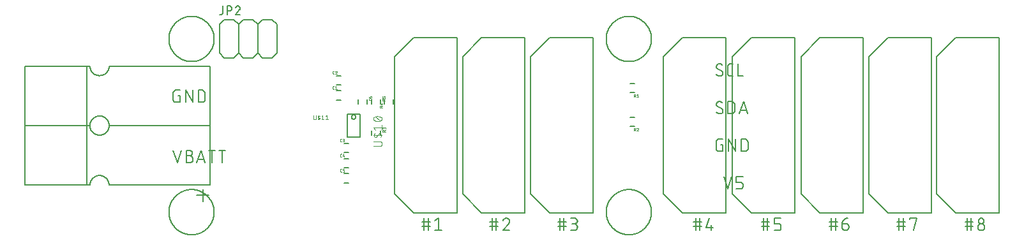
<source format=gbr>
G04 EAGLE Gerber X2 export*
%TF.Part,Single*%
%TF.FileFunction,Legend,Top,1*%
%TF.FilePolarity,Positive*%
%TF.GenerationSoftware,Autodesk,EAGLE,8.6.0*%
%TF.CreationDate,2018-06-26T05:58:37Z*%
G75*
%MOMM*%
%FSLAX34Y34*%
%LPD*%
%AMOC8*
5,1,8,0,0,1.08239X$1,22.5*%
G01*
%ADD10C,0.152400*%
%ADD11C,0.127000*%
%ADD12C,0.203200*%
%ADD13C,0.025400*%
%ADD14C,0.101600*%
%ADD15C,0.050800*%


D10*
X585000Y265000D02*
X585009Y265736D01*
X585036Y266472D01*
X585081Y267207D01*
X585144Y267941D01*
X585226Y268672D01*
X585325Y269402D01*
X585442Y270129D01*
X585576Y270853D01*
X585729Y271573D01*
X585899Y272289D01*
X586087Y273001D01*
X586292Y273709D01*
X586514Y274410D01*
X586754Y275107D01*
X587010Y275797D01*
X587284Y276481D01*
X587574Y277157D01*
X587880Y277827D01*
X588203Y278488D01*
X588542Y279142D01*
X588897Y279787D01*
X589268Y280423D01*
X589654Y281050D01*
X590056Y281667D01*
X590472Y282274D01*
X590904Y282871D01*
X591350Y283457D01*
X591810Y284032D01*
X592284Y284595D01*
X592771Y285147D01*
X593273Y285686D01*
X593787Y286213D01*
X594314Y286727D01*
X594853Y287229D01*
X595405Y287716D01*
X595968Y288190D01*
X596543Y288650D01*
X597129Y289096D01*
X597726Y289528D01*
X598333Y289944D01*
X598950Y290346D01*
X599577Y290732D01*
X600213Y291103D01*
X600858Y291458D01*
X601512Y291797D01*
X602173Y292120D01*
X602843Y292426D01*
X603519Y292716D01*
X604203Y292990D01*
X604893Y293246D01*
X605590Y293486D01*
X606291Y293708D01*
X606999Y293913D01*
X607711Y294101D01*
X608427Y294271D01*
X609147Y294424D01*
X609871Y294558D01*
X610598Y294675D01*
X611328Y294774D01*
X612059Y294856D01*
X612793Y294919D01*
X613528Y294964D01*
X614264Y294991D01*
X615000Y295000D01*
X615736Y294991D01*
X616472Y294964D01*
X617207Y294919D01*
X617941Y294856D01*
X618672Y294774D01*
X619402Y294675D01*
X620129Y294558D01*
X620853Y294424D01*
X621573Y294271D01*
X622289Y294101D01*
X623001Y293913D01*
X623709Y293708D01*
X624410Y293486D01*
X625107Y293246D01*
X625797Y292990D01*
X626481Y292716D01*
X627157Y292426D01*
X627827Y292120D01*
X628488Y291797D01*
X629142Y291458D01*
X629787Y291103D01*
X630423Y290732D01*
X631050Y290346D01*
X631667Y289944D01*
X632274Y289528D01*
X632871Y289096D01*
X633457Y288650D01*
X634032Y288190D01*
X634595Y287716D01*
X635147Y287229D01*
X635686Y286727D01*
X636213Y286213D01*
X636727Y285686D01*
X637229Y285147D01*
X637716Y284595D01*
X638190Y284032D01*
X638650Y283457D01*
X639096Y282871D01*
X639528Y282274D01*
X639944Y281667D01*
X640346Y281050D01*
X640732Y280423D01*
X641103Y279787D01*
X641458Y279142D01*
X641797Y278488D01*
X642120Y277827D01*
X642426Y277157D01*
X642716Y276481D01*
X642990Y275797D01*
X643246Y275107D01*
X643486Y274410D01*
X643708Y273709D01*
X643913Y273001D01*
X644101Y272289D01*
X644271Y271573D01*
X644424Y270853D01*
X644558Y270129D01*
X644675Y269402D01*
X644774Y268672D01*
X644856Y267941D01*
X644919Y267207D01*
X644964Y266472D01*
X644991Y265736D01*
X645000Y265000D01*
X644991Y264264D01*
X644964Y263528D01*
X644919Y262793D01*
X644856Y262059D01*
X644774Y261328D01*
X644675Y260598D01*
X644558Y259871D01*
X644424Y259147D01*
X644271Y258427D01*
X644101Y257711D01*
X643913Y256999D01*
X643708Y256291D01*
X643486Y255590D01*
X643246Y254893D01*
X642990Y254203D01*
X642716Y253519D01*
X642426Y252843D01*
X642120Y252173D01*
X641797Y251512D01*
X641458Y250858D01*
X641103Y250213D01*
X640732Y249577D01*
X640346Y248950D01*
X639944Y248333D01*
X639528Y247726D01*
X639096Y247129D01*
X638650Y246543D01*
X638190Y245968D01*
X637716Y245405D01*
X637229Y244853D01*
X636727Y244314D01*
X636213Y243787D01*
X635686Y243273D01*
X635147Y242771D01*
X634595Y242284D01*
X634032Y241810D01*
X633457Y241350D01*
X632871Y240904D01*
X632274Y240472D01*
X631667Y240056D01*
X631050Y239654D01*
X630423Y239268D01*
X629787Y238897D01*
X629142Y238542D01*
X628488Y238203D01*
X627827Y237880D01*
X627157Y237574D01*
X626481Y237284D01*
X625797Y237010D01*
X625107Y236754D01*
X624410Y236514D01*
X623709Y236292D01*
X623001Y236087D01*
X622289Y235899D01*
X621573Y235729D01*
X620853Y235576D01*
X620129Y235442D01*
X619402Y235325D01*
X618672Y235226D01*
X617941Y235144D01*
X617207Y235081D01*
X616472Y235036D01*
X615736Y235009D01*
X615000Y235000D01*
X614264Y235009D01*
X613528Y235036D01*
X612793Y235081D01*
X612059Y235144D01*
X611328Y235226D01*
X610598Y235325D01*
X609871Y235442D01*
X609147Y235576D01*
X608427Y235729D01*
X607711Y235899D01*
X606999Y236087D01*
X606291Y236292D01*
X605590Y236514D01*
X604893Y236754D01*
X604203Y237010D01*
X603519Y237284D01*
X602843Y237574D01*
X602173Y237880D01*
X601512Y238203D01*
X600858Y238542D01*
X600213Y238897D01*
X599577Y239268D01*
X598950Y239654D01*
X598333Y240056D01*
X597726Y240472D01*
X597129Y240904D01*
X596543Y241350D01*
X595968Y241810D01*
X595405Y242284D01*
X594853Y242771D01*
X594314Y243273D01*
X593787Y243787D01*
X593273Y244314D01*
X592771Y244853D01*
X592284Y245405D01*
X591810Y245968D01*
X591350Y246543D01*
X590904Y247129D01*
X590472Y247726D01*
X590056Y248333D01*
X589654Y248950D01*
X589268Y249577D01*
X588897Y250213D01*
X588542Y250858D01*
X588203Y251512D01*
X587880Y252173D01*
X587574Y252843D01*
X587284Y253519D01*
X587010Y254203D01*
X586754Y254893D01*
X586514Y255590D01*
X586292Y256291D01*
X586087Y256999D01*
X585899Y257711D01*
X585729Y258427D01*
X585576Y259147D01*
X585442Y259871D01*
X585325Y260598D01*
X585226Y261328D01*
X585144Y262059D01*
X585081Y262793D01*
X585036Y263528D01*
X585009Y264264D01*
X585000Y265000D01*
X585000Y35000D02*
X585009Y35736D01*
X585036Y36472D01*
X585081Y37207D01*
X585144Y37941D01*
X585226Y38672D01*
X585325Y39402D01*
X585442Y40129D01*
X585576Y40853D01*
X585729Y41573D01*
X585899Y42289D01*
X586087Y43001D01*
X586292Y43709D01*
X586514Y44410D01*
X586754Y45107D01*
X587010Y45797D01*
X587284Y46481D01*
X587574Y47157D01*
X587880Y47827D01*
X588203Y48488D01*
X588542Y49142D01*
X588897Y49787D01*
X589268Y50423D01*
X589654Y51050D01*
X590056Y51667D01*
X590472Y52274D01*
X590904Y52871D01*
X591350Y53457D01*
X591810Y54032D01*
X592284Y54595D01*
X592771Y55147D01*
X593273Y55686D01*
X593787Y56213D01*
X594314Y56727D01*
X594853Y57229D01*
X595405Y57716D01*
X595968Y58190D01*
X596543Y58650D01*
X597129Y59096D01*
X597726Y59528D01*
X598333Y59944D01*
X598950Y60346D01*
X599577Y60732D01*
X600213Y61103D01*
X600858Y61458D01*
X601512Y61797D01*
X602173Y62120D01*
X602843Y62426D01*
X603519Y62716D01*
X604203Y62990D01*
X604893Y63246D01*
X605590Y63486D01*
X606291Y63708D01*
X606999Y63913D01*
X607711Y64101D01*
X608427Y64271D01*
X609147Y64424D01*
X609871Y64558D01*
X610598Y64675D01*
X611328Y64774D01*
X612059Y64856D01*
X612793Y64919D01*
X613528Y64964D01*
X614264Y64991D01*
X615000Y65000D01*
X615736Y64991D01*
X616472Y64964D01*
X617207Y64919D01*
X617941Y64856D01*
X618672Y64774D01*
X619402Y64675D01*
X620129Y64558D01*
X620853Y64424D01*
X621573Y64271D01*
X622289Y64101D01*
X623001Y63913D01*
X623709Y63708D01*
X624410Y63486D01*
X625107Y63246D01*
X625797Y62990D01*
X626481Y62716D01*
X627157Y62426D01*
X627827Y62120D01*
X628488Y61797D01*
X629142Y61458D01*
X629787Y61103D01*
X630423Y60732D01*
X631050Y60346D01*
X631667Y59944D01*
X632274Y59528D01*
X632871Y59096D01*
X633457Y58650D01*
X634032Y58190D01*
X634595Y57716D01*
X635147Y57229D01*
X635686Y56727D01*
X636213Y56213D01*
X636727Y55686D01*
X637229Y55147D01*
X637716Y54595D01*
X638190Y54032D01*
X638650Y53457D01*
X639096Y52871D01*
X639528Y52274D01*
X639944Y51667D01*
X640346Y51050D01*
X640732Y50423D01*
X641103Y49787D01*
X641458Y49142D01*
X641797Y48488D01*
X642120Y47827D01*
X642426Y47157D01*
X642716Y46481D01*
X642990Y45797D01*
X643246Y45107D01*
X643486Y44410D01*
X643708Y43709D01*
X643913Y43001D01*
X644101Y42289D01*
X644271Y41573D01*
X644424Y40853D01*
X644558Y40129D01*
X644675Y39402D01*
X644774Y38672D01*
X644856Y37941D01*
X644919Y37207D01*
X644964Y36472D01*
X644991Y35736D01*
X645000Y35000D01*
X644991Y34264D01*
X644964Y33528D01*
X644919Y32793D01*
X644856Y32059D01*
X644774Y31328D01*
X644675Y30598D01*
X644558Y29871D01*
X644424Y29147D01*
X644271Y28427D01*
X644101Y27711D01*
X643913Y26999D01*
X643708Y26291D01*
X643486Y25590D01*
X643246Y24893D01*
X642990Y24203D01*
X642716Y23519D01*
X642426Y22843D01*
X642120Y22173D01*
X641797Y21512D01*
X641458Y20858D01*
X641103Y20213D01*
X640732Y19577D01*
X640346Y18950D01*
X639944Y18333D01*
X639528Y17726D01*
X639096Y17129D01*
X638650Y16543D01*
X638190Y15968D01*
X637716Y15405D01*
X637229Y14853D01*
X636727Y14314D01*
X636213Y13787D01*
X635686Y13273D01*
X635147Y12771D01*
X634595Y12284D01*
X634032Y11810D01*
X633457Y11350D01*
X632871Y10904D01*
X632274Y10472D01*
X631667Y10056D01*
X631050Y9654D01*
X630423Y9268D01*
X629787Y8897D01*
X629142Y8542D01*
X628488Y8203D01*
X627827Y7880D01*
X627157Y7574D01*
X626481Y7284D01*
X625797Y7010D01*
X625107Y6754D01*
X624410Y6514D01*
X623709Y6292D01*
X623001Y6087D01*
X622289Y5899D01*
X621573Y5729D01*
X620853Y5576D01*
X620129Y5442D01*
X619402Y5325D01*
X618672Y5226D01*
X617941Y5144D01*
X617207Y5081D01*
X616472Y5036D01*
X615736Y5009D01*
X615000Y5000D01*
X614264Y5009D01*
X613528Y5036D01*
X612793Y5081D01*
X612059Y5144D01*
X611328Y5226D01*
X610598Y5325D01*
X609871Y5442D01*
X609147Y5576D01*
X608427Y5729D01*
X607711Y5899D01*
X606999Y6087D01*
X606291Y6292D01*
X605590Y6514D01*
X604893Y6754D01*
X604203Y7010D01*
X603519Y7284D01*
X602843Y7574D01*
X602173Y7880D01*
X601512Y8203D01*
X600858Y8542D01*
X600213Y8897D01*
X599577Y9268D01*
X598950Y9654D01*
X598333Y10056D01*
X597726Y10472D01*
X597129Y10904D01*
X596543Y11350D01*
X595968Y11810D01*
X595405Y12284D01*
X594853Y12771D01*
X594314Y13273D01*
X593787Y13787D01*
X593273Y14314D01*
X592771Y14853D01*
X592284Y15405D01*
X591810Y15968D01*
X591350Y16543D01*
X590904Y17129D01*
X590472Y17726D01*
X590056Y18333D01*
X589654Y18950D01*
X589268Y19577D01*
X588897Y20213D01*
X588542Y20858D01*
X588203Y21512D01*
X587880Y22173D01*
X587574Y22843D01*
X587284Y23519D01*
X587010Y24203D01*
X586754Y24893D01*
X586514Y25590D01*
X586292Y26291D01*
X586087Y26999D01*
X585899Y27711D01*
X585729Y28427D01*
X585576Y29147D01*
X585442Y29871D01*
X585325Y30598D01*
X585226Y31328D01*
X585144Y32059D01*
X585081Y32793D01*
X585036Y33528D01*
X585009Y34264D01*
X585000Y35000D01*
X5000Y35000D02*
X5009Y35736D01*
X5036Y36472D01*
X5081Y37207D01*
X5144Y37941D01*
X5226Y38672D01*
X5325Y39402D01*
X5442Y40129D01*
X5576Y40853D01*
X5729Y41573D01*
X5899Y42289D01*
X6087Y43001D01*
X6292Y43709D01*
X6514Y44410D01*
X6754Y45107D01*
X7010Y45797D01*
X7284Y46481D01*
X7574Y47157D01*
X7880Y47827D01*
X8203Y48488D01*
X8542Y49142D01*
X8897Y49787D01*
X9268Y50423D01*
X9654Y51050D01*
X10056Y51667D01*
X10472Y52274D01*
X10904Y52871D01*
X11350Y53457D01*
X11810Y54032D01*
X12284Y54595D01*
X12771Y55147D01*
X13273Y55686D01*
X13787Y56213D01*
X14314Y56727D01*
X14853Y57229D01*
X15405Y57716D01*
X15968Y58190D01*
X16543Y58650D01*
X17129Y59096D01*
X17726Y59528D01*
X18333Y59944D01*
X18950Y60346D01*
X19577Y60732D01*
X20213Y61103D01*
X20858Y61458D01*
X21512Y61797D01*
X22173Y62120D01*
X22843Y62426D01*
X23519Y62716D01*
X24203Y62990D01*
X24893Y63246D01*
X25590Y63486D01*
X26291Y63708D01*
X26999Y63913D01*
X27711Y64101D01*
X28427Y64271D01*
X29147Y64424D01*
X29871Y64558D01*
X30598Y64675D01*
X31328Y64774D01*
X32059Y64856D01*
X32793Y64919D01*
X33528Y64964D01*
X34264Y64991D01*
X35000Y65000D01*
X35736Y64991D01*
X36472Y64964D01*
X37207Y64919D01*
X37941Y64856D01*
X38672Y64774D01*
X39402Y64675D01*
X40129Y64558D01*
X40853Y64424D01*
X41573Y64271D01*
X42289Y64101D01*
X43001Y63913D01*
X43709Y63708D01*
X44410Y63486D01*
X45107Y63246D01*
X45797Y62990D01*
X46481Y62716D01*
X47157Y62426D01*
X47827Y62120D01*
X48488Y61797D01*
X49142Y61458D01*
X49787Y61103D01*
X50423Y60732D01*
X51050Y60346D01*
X51667Y59944D01*
X52274Y59528D01*
X52871Y59096D01*
X53457Y58650D01*
X54032Y58190D01*
X54595Y57716D01*
X55147Y57229D01*
X55686Y56727D01*
X56213Y56213D01*
X56727Y55686D01*
X57229Y55147D01*
X57716Y54595D01*
X58190Y54032D01*
X58650Y53457D01*
X59096Y52871D01*
X59528Y52274D01*
X59944Y51667D01*
X60346Y51050D01*
X60732Y50423D01*
X61103Y49787D01*
X61458Y49142D01*
X61797Y48488D01*
X62120Y47827D01*
X62426Y47157D01*
X62716Y46481D01*
X62990Y45797D01*
X63246Y45107D01*
X63486Y44410D01*
X63708Y43709D01*
X63913Y43001D01*
X64101Y42289D01*
X64271Y41573D01*
X64424Y40853D01*
X64558Y40129D01*
X64675Y39402D01*
X64774Y38672D01*
X64856Y37941D01*
X64919Y37207D01*
X64964Y36472D01*
X64991Y35736D01*
X65000Y35000D01*
X64991Y34264D01*
X64964Y33528D01*
X64919Y32793D01*
X64856Y32059D01*
X64774Y31328D01*
X64675Y30598D01*
X64558Y29871D01*
X64424Y29147D01*
X64271Y28427D01*
X64101Y27711D01*
X63913Y26999D01*
X63708Y26291D01*
X63486Y25590D01*
X63246Y24893D01*
X62990Y24203D01*
X62716Y23519D01*
X62426Y22843D01*
X62120Y22173D01*
X61797Y21512D01*
X61458Y20858D01*
X61103Y20213D01*
X60732Y19577D01*
X60346Y18950D01*
X59944Y18333D01*
X59528Y17726D01*
X59096Y17129D01*
X58650Y16543D01*
X58190Y15968D01*
X57716Y15405D01*
X57229Y14853D01*
X56727Y14314D01*
X56213Y13787D01*
X55686Y13273D01*
X55147Y12771D01*
X54595Y12284D01*
X54032Y11810D01*
X53457Y11350D01*
X52871Y10904D01*
X52274Y10472D01*
X51667Y10056D01*
X51050Y9654D01*
X50423Y9268D01*
X49787Y8897D01*
X49142Y8542D01*
X48488Y8203D01*
X47827Y7880D01*
X47157Y7574D01*
X46481Y7284D01*
X45797Y7010D01*
X45107Y6754D01*
X44410Y6514D01*
X43709Y6292D01*
X43001Y6087D01*
X42289Y5899D01*
X41573Y5729D01*
X40853Y5576D01*
X40129Y5442D01*
X39402Y5325D01*
X38672Y5226D01*
X37941Y5144D01*
X37207Y5081D01*
X36472Y5036D01*
X35736Y5009D01*
X35000Y5000D01*
X34264Y5009D01*
X33528Y5036D01*
X32793Y5081D01*
X32059Y5144D01*
X31328Y5226D01*
X30598Y5325D01*
X29871Y5442D01*
X29147Y5576D01*
X28427Y5729D01*
X27711Y5899D01*
X26999Y6087D01*
X26291Y6292D01*
X25590Y6514D01*
X24893Y6754D01*
X24203Y7010D01*
X23519Y7284D01*
X22843Y7574D01*
X22173Y7880D01*
X21512Y8203D01*
X20858Y8542D01*
X20213Y8897D01*
X19577Y9268D01*
X18950Y9654D01*
X18333Y10056D01*
X17726Y10472D01*
X17129Y10904D01*
X16543Y11350D01*
X15968Y11810D01*
X15405Y12284D01*
X14853Y12771D01*
X14314Y13273D01*
X13787Y13787D01*
X13273Y14314D01*
X12771Y14853D01*
X12284Y15405D01*
X11810Y15968D01*
X11350Y16543D01*
X10904Y17129D01*
X10472Y17726D01*
X10056Y18333D01*
X9654Y18950D01*
X9268Y19577D01*
X8897Y20213D01*
X8542Y20858D01*
X8203Y21512D01*
X7880Y22173D01*
X7574Y22843D01*
X7284Y23519D01*
X7010Y24203D01*
X6754Y24893D01*
X6514Y25590D01*
X6292Y26291D01*
X6087Y26999D01*
X5899Y27711D01*
X5729Y28427D01*
X5576Y29147D01*
X5442Y29871D01*
X5325Y30598D01*
X5226Y31328D01*
X5144Y32059D01*
X5081Y32793D01*
X5036Y33528D01*
X5009Y34264D01*
X5000Y35000D01*
X5000Y265000D02*
X5009Y265736D01*
X5036Y266472D01*
X5081Y267207D01*
X5144Y267941D01*
X5226Y268672D01*
X5325Y269402D01*
X5442Y270129D01*
X5576Y270853D01*
X5729Y271573D01*
X5899Y272289D01*
X6087Y273001D01*
X6292Y273709D01*
X6514Y274410D01*
X6754Y275107D01*
X7010Y275797D01*
X7284Y276481D01*
X7574Y277157D01*
X7880Y277827D01*
X8203Y278488D01*
X8542Y279142D01*
X8897Y279787D01*
X9268Y280423D01*
X9654Y281050D01*
X10056Y281667D01*
X10472Y282274D01*
X10904Y282871D01*
X11350Y283457D01*
X11810Y284032D01*
X12284Y284595D01*
X12771Y285147D01*
X13273Y285686D01*
X13787Y286213D01*
X14314Y286727D01*
X14853Y287229D01*
X15405Y287716D01*
X15968Y288190D01*
X16543Y288650D01*
X17129Y289096D01*
X17726Y289528D01*
X18333Y289944D01*
X18950Y290346D01*
X19577Y290732D01*
X20213Y291103D01*
X20858Y291458D01*
X21512Y291797D01*
X22173Y292120D01*
X22843Y292426D01*
X23519Y292716D01*
X24203Y292990D01*
X24893Y293246D01*
X25590Y293486D01*
X26291Y293708D01*
X26999Y293913D01*
X27711Y294101D01*
X28427Y294271D01*
X29147Y294424D01*
X29871Y294558D01*
X30598Y294675D01*
X31328Y294774D01*
X32059Y294856D01*
X32793Y294919D01*
X33528Y294964D01*
X34264Y294991D01*
X35000Y295000D01*
X35736Y294991D01*
X36472Y294964D01*
X37207Y294919D01*
X37941Y294856D01*
X38672Y294774D01*
X39402Y294675D01*
X40129Y294558D01*
X40853Y294424D01*
X41573Y294271D01*
X42289Y294101D01*
X43001Y293913D01*
X43709Y293708D01*
X44410Y293486D01*
X45107Y293246D01*
X45797Y292990D01*
X46481Y292716D01*
X47157Y292426D01*
X47827Y292120D01*
X48488Y291797D01*
X49142Y291458D01*
X49787Y291103D01*
X50423Y290732D01*
X51050Y290346D01*
X51667Y289944D01*
X52274Y289528D01*
X52871Y289096D01*
X53457Y288650D01*
X54032Y288190D01*
X54595Y287716D01*
X55147Y287229D01*
X55686Y286727D01*
X56213Y286213D01*
X56727Y285686D01*
X57229Y285147D01*
X57716Y284595D01*
X58190Y284032D01*
X58650Y283457D01*
X59096Y282871D01*
X59528Y282274D01*
X59944Y281667D01*
X60346Y281050D01*
X60732Y280423D01*
X61103Y279787D01*
X61458Y279142D01*
X61797Y278488D01*
X62120Y277827D01*
X62426Y277157D01*
X62716Y276481D01*
X62990Y275797D01*
X63246Y275107D01*
X63486Y274410D01*
X63708Y273709D01*
X63913Y273001D01*
X64101Y272289D01*
X64271Y271573D01*
X64424Y270853D01*
X64558Y270129D01*
X64675Y269402D01*
X64774Y268672D01*
X64856Y267941D01*
X64919Y267207D01*
X64964Y266472D01*
X64991Y265736D01*
X65000Y265000D01*
X64991Y264264D01*
X64964Y263528D01*
X64919Y262793D01*
X64856Y262059D01*
X64774Y261328D01*
X64675Y260598D01*
X64558Y259871D01*
X64424Y259147D01*
X64271Y258427D01*
X64101Y257711D01*
X63913Y256999D01*
X63708Y256291D01*
X63486Y255590D01*
X63246Y254893D01*
X62990Y254203D01*
X62716Y253519D01*
X62426Y252843D01*
X62120Y252173D01*
X61797Y251512D01*
X61458Y250858D01*
X61103Y250213D01*
X60732Y249577D01*
X60346Y248950D01*
X59944Y248333D01*
X59528Y247726D01*
X59096Y247129D01*
X58650Y246543D01*
X58190Y245968D01*
X57716Y245405D01*
X57229Y244853D01*
X56727Y244314D01*
X56213Y243787D01*
X55686Y243273D01*
X55147Y242771D01*
X54595Y242284D01*
X54032Y241810D01*
X53457Y241350D01*
X52871Y240904D01*
X52274Y240472D01*
X51667Y240056D01*
X51050Y239654D01*
X50423Y239268D01*
X49787Y238897D01*
X49142Y238542D01*
X48488Y238203D01*
X47827Y237880D01*
X47157Y237574D01*
X46481Y237284D01*
X45797Y237010D01*
X45107Y236754D01*
X44410Y236514D01*
X43709Y236292D01*
X43001Y236087D01*
X42289Y235899D01*
X41573Y235729D01*
X40853Y235576D01*
X40129Y235442D01*
X39402Y235325D01*
X38672Y235226D01*
X37941Y235144D01*
X37207Y235081D01*
X36472Y235036D01*
X35736Y235009D01*
X35000Y235000D01*
X34264Y235009D01*
X33528Y235036D01*
X32793Y235081D01*
X32059Y235144D01*
X31328Y235226D01*
X30598Y235325D01*
X29871Y235442D01*
X29147Y235576D01*
X28427Y235729D01*
X27711Y235899D01*
X26999Y236087D01*
X26291Y236292D01*
X25590Y236514D01*
X24893Y236754D01*
X24203Y237010D01*
X23519Y237284D01*
X22843Y237574D01*
X22173Y237880D01*
X21512Y238203D01*
X20858Y238542D01*
X20213Y238897D01*
X19577Y239268D01*
X18950Y239654D01*
X18333Y240056D01*
X17726Y240472D01*
X17129Y240904D01*
X16543Y241350D01*
X15968Y241810D01*
X15405Y242284D01*
X14853Y242771D01*
X14314Y243273D01*
X13787Y243787D01*
X13273Y244314D01*
X12771Y244853D01*
X12284Y245405D01*
X11810Y245968D01*
X11350Y246543D01*
X10904Y247129D01*
X10472Y247726D01*
X10056Y248333D01*
X9654Y248950D01*
X9268Y249577D01*
X8897Y250213D01*
X8542Y250858D01*
X8203Y251512D01*
X7880Y252173D01*
X7574Y252843D01*
X7284Y253519D01*
X7010Y254203D01*
X6754Y254893D01*
X6514Y255590D01*
X6292Y256291D01*
X6087Y256999D01*
X5899Y257711D01*
X5729Y258427D01*
X5576Y259147D01*
X5442Y259871D01*
X5325Y260598D01*
X5226Y261328D01*
X5144Y262059D01*
X5081Y262793D01*
X5036Y263528D01*
X5009Y264264D01*
X5000Y265000D01*
X340762Y16181D02*
X351599Y16181D01*
X351599Y21599D02*
X340762Y21599D01*
X343471Y27018D02*
X343471Y10762D01*
X348890Y10762D02*
X348890Y27018D01*
X357817Y23406D02*
X362333Y27018D01*
X362333Y10762D01*
X366848Y10762D02*
X357817Y10762D01*
X430762Y16181D02*
X441599Y16181D01*
X441599Y21599D02*
X430762Y21599D01*
X433471Y27018D02*
X433471Y10762D01*
X438890Y10762D02*
X438890Y27018D01*
X452784Y27018D02*
X452909Y27016D01*
X453034Y27010D01*
X453159Y27001D01*
X453283Y26987D01*
X453407Y26970D01*
X453531Y26949D01*
X453653Y26924D01*
X453775Y26895D01*
X453896Y26863D01*
X454016Y26827D01*
X454135Y26787D01*
X454252Y26744D01*
X454368Y26697D01*
X454483Y26646D01*
X454595Y26592D01*
X454707Y26534D01*
X454816Y26474D01*
X454923Y26409D01*
X455029Y26342D01*
X455132Y26271D01*
X455233Y26197D01*
X455332Y26120D01*
X455428Y26040D01*
X455522Y25957D01*
X455613Y25872D01*
X455702Y25783D01*
X455787Y25692D01*
X455870Y25598D01*
X455950Y25502D01*
X456027Y25403D01*
X456101Y25302D01*
X456172Y25199D01*
X456239Y25093D01*
X456304Y24986D01*
X456364Y24877D01*
X456422Y24765D01*
X456476Y24653D01*
X456527Y24538D01*
X456574Y24422D01*
X456617Y24305D01*
X456657Y24186D01*
X456693Y24066D01*
X456725Y23945D01*
X456754Y23823D01*
X456779Y23701D01*
X456800Y23577D01*
X456817Y23453D01*
X456831Y23329D01*
X456840Y23204D01*
X456846Y23079D01*
X456848Y22954D01*
X452784Y27018D02*
X452641Y27016D01*
X452499Y27010D01*
X452356Y27000D01*
X452214Y26987D01*
X452073Y26969D01*
X451931Y26948D01*
X451791Y26923D01*
X451651Y26894D01*
X451512Y26861D01*
X451374Y26824D01*
X451237Y26784D01*
X451102Y26740D01*
X450967Y26692D01*
X450834Y26640D01*
X450702Y26585D01*
X450572Y26526D01*
X450444Y26464D01*
X450317Y26398D01*
X450192Y26329D01*
X450069Y26257D01*
X449949Y26181D01*
X449830Y26102D01*
X449713Y26019D01*
X449599Y25934D01*
X449487Y25845D01*
X449378Y25754D01*
X449271Y25659D01*
X449166Y25562D01*
X449065Y25461D01*
X448966Y25358D01*
X448870Y25253D01*
X448777Y25144D01*
X448687Y25033D01*
X448600Y24920D01*
X448516Y24805D01*
X448436Y24687D01*
X448358Y24567D01*
X448284Y24445D01*
X448214Y24321D01*
X448146Y24195D01*
X448083Y24067D01*
X448022Y23938D01*
X447965Y23807D01*
X447912Y23675D01*
X447863Y23541D01*
X447817Y23406D01*
X455493Y19793D02*
X455587Y19885D01*
X455677Y19979D01*
X455765Y20076D01*
X455850Y20176D01*
X455932Y20278D01*
X456011Y20383D01*
X456086Y20490D01*
X456158Y20599D01*
X456227Y20710D01*
X456293Y20824D01*
X456355Y20939D01*
X456414Y21056D01*
X456469Y21175D01*
X456520Y21295D01*
X456568Y21417D01*
X456613Y21540D01*
X456653Y21664D01*
X456690Y21790D01*
X456723Y21917D01*
X456752Y22044D01*
X456778Y22173D01*
X456799Y22302D01*
X456817Y22432D01*
X456830Y22562D01*
X456840Y22692D01*
X456846Y22823D01*
X456848Y22954D01*
X455494Y19793D02*
X447817Y10762D01*
X456848Y10762D01*
X520762Y16181D02*
X531599Y16181D01*
X531599Y21599D02*
X520762Y21599D01*
X523471Y27018D02*
X523471Y10762D01*
X528890Y10762D02*
X528890Y27018D01*
X537817Y10762D02*
X542333Y10762D01*
X542466Y10764D01*
X542598Y10770D01*
X542730Y10780D01*
X542862Y10793D01*
X542994Y10811D01*
X543124Y10832D01*
X543255Y10857D01*
X543384Y10886D01*
X543512Y10919D01*
X543640Y10955D01*
X543766Y10995D01*
X543891Y11039D01*
X544015Y11087D01*
X544137Y11138D01*
X544258Y11193D01*
X544377Y11251D01*
X544495Y11313D01*
X544610Y11378D01*
X544724Y11447D01*
X544835Y11518D01*
X544944Y11594D01*
X545051Y11672D01*
X545156Y11753D01*
X545258Y11838D01*
X545358Y11925D01*
X545455Y12015D01*
X545550Y12108D01*
X545641Y12204D01*
X545730Y12302D01*
X545816Y12403D01*
X545899Y12507D01*
X545979Y12613D01*
X546055Y12721D01*
X546129Y12831D01*
X546199Y12944D01*
X546266Y13058D01*
X546329Y13175D01*
X546389Y13293D01*
X546446Y13413D01*
X546499Y13535D01*
X546548Y13658D01*
X546594Y13782D01*
X546636Y13908D01*
X546674Y14035D01*
X546709Y14163D01*
X546740Y14292D01*
X546767Y14421D01*
X546790Y14552D01*
X546810Y14683D01*
X546825Y14815D01*
X546837Y14947D01*
X546845Y15079D01*
X546849Y15212D01*
X546849Y15344D01*
X546845Y15477D01*
X546837Y15609D01*
X546825Y15741D01*
X546810Y15873D01*
X546790Y16004D01*
X546767Y16135D01*
X546740Y16264D01*
X546709Y16393D01*
X546674Y16521D01*
X546636Y16648D01*
X546594Y16774D01*
X546548Y16898D01*
X546499Y17021D01*
X546446Y17143D01*
X546389Y17263D01*
X546329Y17381D01*
X546266Y17498D01*
X546199Y17612D01*
X546129Y17725D01*
X546055Y17835D01*
X545979Y17943D01*
X545899Y18049D01*
X545816Y18153D01*
X545730Y18254D01*
X545641Y18352D01*
X545550Y18448D01*
X545455Y18541D01*
X545358Y18631D01*
X545258Y18718D01*
X545156Y18803D01*
X545051Y18884D01*
X544944Y18962D01*
X544835Y19038D01*
X544724Y19109D01*
X544610Y19178D01*
X544495Y19243D01*
X544377Y19305D01*
X544258Y19363D01*
X544137Y19418D01*
X544015Y19469D01*
X543891Y19517D01*
X543766Y19561D01*
X543640Y19601D01*
X543512Y19637D01*
X543384Y19670D01*
X543255Y19699D01*
X543124Y19724D01*
X542994Y19745D01*
X542862Y19763D01*
X542730Y19776D01*
X542598Y19786D01*
X542466Y19792D01*
X542333Y19794D01*
X543236Y27018D02*
X537817Y27018D01*
X543236Y27018D02*
X543355Y27016D01*
X543475Y27010D01*
X543594Y27000D01*
X543712Y26986D01*
X543831Y26969D01*
X543948Y26947D01*
X544065Y26922D01*
X544180Y26892D01*
X544295Y26859D01*
X544409Y26822D01*
X544521Y26782D01*
X544632Y26737D01*
X544741Y26689D01*
X544849Y26638D01*
X544955Y26583D01*
X545059Y26524D01*
X545161Y26462D01*
X545261Y26397D01*
X545359Y26328D01*
X545455Y26256D01*
X545548Y26181D01*
X545638Y26104D01*
X545726Y26023D01*
X545811Y25939D01*
X545893Y25852D01*
X545973Y25763D01*
X546049Y25671D01*
X546123Y25577D01*
X546193Y25480D01*
X546260Y25382D01*
X546324Y25281D01*
X546384Y25177D01*
X546441Y25072D01*
X546494Y24965D01*
X546544Y24857D01*
X546590Y24747D01*
X546632Y24635D01*
X546671Y24522D01*
X546706Y24408D01*
X546737Y24293D01*
X546765Y24176D01*
X546788Y24059D01*
X546808Y23942D01*
X546824Y23823D01*
X546836Y23704D01*
X546844Y23585D01*
X546848Y23466D01*
X546848Y23346D01*
X546844Y23227D01*
X546836Y23108D01*
X546824Y22989D01*
X546808Y22870D01*
X546788Y22753D01*
X546765Y22636D01*
X546737Y22519D01*
X546706Y22404D01*
X546671Y22290D01*
X546632Y22177D01*
X546590Y22065D01*
X546544Y21955D01*
X546494Y21847D01*
X546441Y21740D01*
X546384Y21635D01*
X546324Y21531D01*
X546260Y21430D01*
X546193Y21332D01*
X546123Y21235D01*
X546049Y21141D01*
X545973Y21049D01*
X545893Y20960D01*
X545811Y20873D01*
X545726Y20789D01*
X545638Y20708D01*
X545548Y20631D01*
X545455Y20556D01*
X545359Y20484D01*
X545261Y20415D01*
X545161Y20350D01*
X545059Y20288D01*
X544955Y20229D01*
X544849Y20174D01*
X544741Y20123D01*
X544632Y20075D01*
X544521Y20030D01*
X544409Y19990D01*
X544295Y19953D01*
X544180Y19920D01*
X544065Y19890D01*
X543948Y19865D01*
X543831Y19843D01*
X543712Y19826D01*
X543594Y19812D01*
X543475Y19802D01*
X543355Y19796D01*
X543236Y19794D01*
X543236Y19793D02*
X539624Y19793D01*
X700762Y16181D02*
X711599Y16181D01*
X711599Y21599D02*
X700762Y21599D01*
X703471Y27018D02*
X703471Y10762D01*
X708890Y10762D02*
X708890Y27018D01*
X721430Y27018D02*
X717817Y14374D01*
X726848Y14374D01*
X724139Y17987D02*
X724139Y10762D01*
X790762Y16181D02*
X801599Y16181D01*
X801599Y21599D02*
X790762Y21599D01*
X793471Y27018D02*
X793471Y10762D01*
X798890Y10762D02*
X798890Y27018D01*
X807817Y10762D02*
X813236Y10762D01*
X813354Y10764D01*
X813472Y10770D01*
X813590Y10779D01*
X813707Y10793D01*
X813824Y10810D01*
X813941Y10831D01*
X814056Y10856D01*
X814171Y10885D01*
X814285Y10918D01*
X814397Y10954D01*
X814508Y10994D01*
X814618Y11037D01*
X814727Y11084D01*
X814834Y11134D01*
X814939Y11189D01*
X815042Y11246D01*
X815143Y11307D01*
X815243Y11371D01*
X815340Y11438D01*
X815435Y11508D01*
X815527Y11582D01*
X815618Y11658D01*
X815705Y11738D01*
X815790Y11820D01*
X815872Y11905D01*
X815952Y11992D01*
X816028Y12083D01*
X816102Y12175D01*
X816172Y12270D01*
X816239Y12367D01*
X816303Y12467D01*
X816364Y12568D01*
X816421Y12671D01*
X816476Y12776D01*
X816526Y12883D01*
X816573Y12992D01*
X816616Y13102D01*
X816656Y13213D01*
X816692Y13325D01*
X816725Y13439D01*
X816754Y13554D01*
X816779Y13669D01*
X816800Y13786D01*
X816817Y13903D01*
X816831Y14020D01*
X816840Y14138D01*
X816846Y14256D01*
X816848Y14374D01*
X816848Y16181D01*
X816846Y16299D01*
X816840Y16417D01*
X816831Y16535D01*
X816817Y16652D01*
X816800Y16769D01*
X816779Y16886D01*
X816754Y17001D01*
X816725Y17116D01*
X816692Y17230D01*
X816656Y17342D01*
X816616Y17453D01*
X816573Y17563D01*
X816526Y17672D01*
X816476Y17779D01*
X816421Y17884D01*
X816364Y17987D01*
X816303Y18088D01*
X816239Y18188D01*
X816172Y18285D01*
X816102Y18380D01*
X816028Y18472D01*
X815952Y18563D01*
X815872Y18650D01*
X815790Y18735D01*
X815705Y18817D01*
X815618Y18897D01*
X815527Y18973D01*
X815435Y19047D01*
X815340Y19117D01*
X815243Y19184D01*
X815143Y19248D01*
X815042Y19309D01*
X814939Y19366D01*
X814834Y19421D01*
X814727Y19471D01*
X814618Y19518D01*
X814508Y19561D01*
X814397Y19601D01*
X814285Y19637D01*
X814171Y19670D01*
X814056Y19699D01*
X813941Y19724D01*
X813824Y19745D01*
X813707Y19762D01*
X813590Y19776D01*
X813472Y19785D01*
X813354Y19791D01*
X813236Y19793D01*
X807817Y19793D01*
X807817Y27018D01*
X816848Y27018D01*
X880762Y16181D02*
X891599Y16181D01*
X891599Y21599D02*
X880762Y21599D01*
X883471Y27018D02*
X883471Y10762D01*
X888890Y10762D02*
X888890Y27018D01*
X897817Y19793D02*
X903236Y19793D01*
X903354Y19791D01*
X903472Y19785D01*
X903590Y19776D01*
X903707Y19762D01*
X903824Y19745D01*
X903941Y19724D01*
X904056Y19699D01*
X904171Y19670D01*
X904285Y19637D01*
X904397Y19601D01*
X904508Y19561D01*
X904618Y19518D01*
X904727Y19471D01*
X904834Y19421D01*
X904939Y19366D01*
X905042Y19309D01*
X905143Y19248D01*
X905243Y19184D01*
X905340Y19117D01*
X905435Y19047D01*
X905527Y18973D01*
X905618Y18897D01*
X905705Y18817D01*
X905790Y18735D01*
X905872Y18650D01*
X905952Y18563D01*
X906028Y18472D01*
X906102Y18380D01*
X906172Y18285D01*
X906239Y18188D01*
X906303Y18088D01*
X906364Y17987D01*
X906421Y17884D01*
X906476Y17779D01*
X906526Y17672D01*
X906573Y17563D01*
X906616Y17453D01*
X906656Y17342D01*
X906692Y17230D01*
X906725Y17116D01*
X906754Y17001D01*
X906779Y16886D01*
X906800Y16769D01*
X906817Y16652D01*
X906831Y16535D01*
X906840Y16417D01*
X906846Y16299D01*
X906848Y16181D01*
X906848Y15278D01*
X906849Y15278D02*
X906847Y15145D01*
X906841Y15013D01*
X906831Y14881D01*
X906818Y14749D01*
X906800Y14617D01*
X906779Y14487D01*
X906754Y14356D01*
X906725Y14227D01*
X906692Y14099D01*
X906656Y13971D01*
X906616Y13845D01*
X906572Y13720D01*
X906524Y13596D01*
X906473Y13474D01*
X906418Y13353D01*
X906360Y13234D01*
X906298Y13116D01*
X906233Y13001D01*
X906164Y12887D01*
X906093Y12776D01*
X906017Y12667D01*
X905939Y12560D01*
X905858Y12455D01*
X905773Y12353D01*
X905686Y12253D01*
X905596Y12156D01*
X905503Y12061D01*
X905407Y11970D01*
X905309Y11881D01*
X905208Y11795D01*
X905104Y11712D01*
X904998Y11632D01*
X904890Y11556D01*
X904780Y11482D01*
X904667Y11412D01*
X904553Y11345D01*
X904436Y11282D01*
X904318Y11222D01*
X904198Y11165D01*
X904076Y11112D01*
X903953Y11063D01*
X903829Y11017D01*
X903703Y10975D01*
X903576Y10937D01*
X903448Y10902D01*
X903319Y10871D01*
X903190Y10844D01*
X903059Y10821D01*
X902928Y10801D01*
X902796Y10786D01*
X902664Y10774D01*
X902532Y10766D01*
X902399Y10762D01*
X902267Y10762D01*
X902134Y10766D01*
X902002Y10774D01*
X901870Y10786D01*
X901738Y10801D01*
X901607Y10821D01*
X901476Y10844D01*
X901347Y10871D01*
X901218Y10902D01*
X901090Y10937D01*
X900963Y10975D01*
X900837Y11017D01*
X900713Y11063D01*
X900590Y11112D01*
X900468Y11165D01*
X900348Y11222D01*
X900230Y11282D01*
X900113Y11345D01*
X899999Y11412D01*
X899886Y11482D01*
X899776Y11556D01*
X899668Y11632D01*
X899562Y11712D01*
X899458Y11795D01*
X899357Y11881D01*
X899259Y11970D01*
X899163Y12061D01*
X899070Y12156D01*
X898980Y12253D01*
X898893Y12353D01*
X898808Y12455D01*
X898727Y12560D01*
X898649Y12667D01*
X898573Y12776D01*
X898502Y12887D01*
X898433Y13001D01*
X898368Y13116D01*
X898306Y13234D01*
X898248Y13353D01*
X898193Y13474D01*
X898142Y13596D01*
X898094Y13720D01*
X898050Y13845D01*
X898010Y13971D01*
X897974Y14099D01*
X897941Y14227D01*
X897912Y14356D01*
X897887Y14487D01*
X897866Y14617D01*
X897848Y14749D01*
X897835Y14881D01*
X897825Y15013D01*
X897819Y15145D01*
X897817Y15278D01*
X897817Y19793D01*
X897819Y19970D01*
X897826Y20148D01*
X897837Y20325D01*
X897852Y20501D01*
X897871Y20677D01*
X897895Y20853D01*
X897923Y21028D01*
X897956Y21203D01*
X897993Y21376D01*
X898034Y21549D01*
X898079Y21720D01*
X898128Y21890D01*
X898182Y22059D01*
X898239Y22227D01*
X898301Y22393D01*
X898367Y22558D01*
X898437Y22721D01*
X898511Y22882D01*
X898588Y23041D01*
X898670Y23199D01*
X898756Y23354D01*
X898845Y23507D01*
X898938Y23658D01*
X899035Y23807D01*
X899135Y23953D01*
X899239Y24097D01*
X899346Y24238D01*
X899457Y24376D01*
X899571Y24512D01*
X899689Y24645D01*
X899809Y24775D01*
X899933Y24902D01*
X900060Y25026D01*
X900190Y25146D01*
X900323Y25264D01*
X900458Y25378D01*
X900597Y25489D01*
X900738Y25596D01*
X900882Y25700D01*
X901028Y25800D01*
X901177Y25897D01*
X901328Y25990D01*
X901481Y26079D01*
X901636Y26165D01*
X901794Y26247D01*
X901953Y26324D01*
X902114Y26398D01*
X902277Y26468D01*
X902442Y26534D01*
X902608Y26596D01*
X902776Y26653D01*
X902945Y26707D01*
X903115Y26756D01*
X903286Y26801D01*
X903459Y26842D01*
X903632Y26879D01*
X903807Y26912D01*
X903982Y26940D01*
X904158Y26964D01*
X904334Y26983D01*
X904510Y26998D01*
X904687Y27009D01*
X904865Y27016D01*
X905042Y27018D01*
X970762Y16181D02*
X981599Y16181D01*
X981599Y21599D02*
X970762Y21599D01*
X973471Y27018D02*
X973471Y10762D01*
X978890Y10762D02*
X978890Y27018D01*
X987817Y27018D02*
X987817Y25212D01*
X987817Y27018D02*
X996848Y27018D01*
X992333Y10762D01*
X1060762Y16181D02*
X1071599Y16181D01*
X1071599Y21599D02*
X1060762Y21599D01*
X1063471Y27018D02*
X1063471Y10762D01*
X1068890Y10762D02*
X1068890Y27018D01*
X1077817Y15278D02*
X1077819Y15411D01*
X1077825Y15543D01*
X1077835Y15675D01*
X1077848Y15807D01*
X1077866Y15939D01*
X1077887Y16069D01*
X1077912Y16200D01*
X1077941Y16329D01*
X1077974Y16457D01*
X1078010Y16585D01*
X1078050Y16711D01*
X1078094Y16836D01*
X1078142Y16960D01*
X1078193Y17082D01*
X1078248Y17203D01*
X1078306Y17322D01*
X1078368Y17440D01*
X1078433Y17555D01*
X1078502Y17669D01*
X1078573Y17780D01*
X1078649Y17889D01*
X1078727Y17996D01*
X1078808Y18101D01*
X1078893Y18203D01*
X1078980Y18303D01*
X1079070Y18400D01*
X1079163Y18495D01*
X1079259Y18586D01*
X1079357Y18675D01*
X1079458Y18761D01*
X1079562Y18844D01*
X1079668Y18924D01*
X1079776Y19000D01*
X1079886Y19074D01*
X1079999Y19144D01*
X1080113Y19211D01*
X1080230Y19274D01*
X1080348Y19334D01*
X1080468Y19391D01*
X1080590Y19444D01*
X1080713Y19493D01*
X1080837Y19539D01*
X1080963Y19581D01*
X1081090Y19619D01*
X1081218Y19654D01*
X1081347Y19685D01*
X1081476Y19712D01*
X1081607Y19735D01*
X1081738Y19755D01*
X1081870Y19770D01*
X1082002Y19782D01*
X1082134Y19790D01*
X1082267Y19794D01*
X1082399Y19794D01*
X1082532Y19790D01*
X1082664Y19782D01*
X1082796Y19770D01*
X1082928Y19755D01*
X1083059Y19735D01*
X1083190Y19712D01*
X1083319Y19685D01*
X1083448Y19654D01*
X1083576Y19619D01*
X1083703Y19581D01*
X1083829Y19539D01*
X1083953Y19493D01*
X1084076Y19444D01*
X1084198Y19391D01*
X1084318Y19334D01*
X1084436Y19274D01*
X1084553Y19211D01*
X1084667Y19144D01*
X1084780Y19074D01*
X1084890Y19000D01*
X1084998Y18924D01*
X1085104Y18844D01*
X1085208Y18761D01*
X1085309Y18675D01*
X1085407Y18586D01*
X1085503Y18495D01*
X1085596Y18400D01*
X1085686Y18303D01*
X1085773Y18203D01*
X1085858Y18101D01*
X1085939Y17996D01*
X1086017Y17889D01*
X1086093Y17780D01*
X1086164Y17669D01*
X1086233Y17555D01*
X1086298Y17440D01*
X1086360Y17322D01*
X1086418Y17203D01*
X1086473Y17082D01*
X1086524Y16960D01*
X1086572Y16836D01*
X1086616Y16711D01*
X1086656Y16585D01*
X1086692Y16457D01*
X1086725Y16329D01*
X1086754Y16200D01*
X1086779Y16069D01*
X1086800Y15939D01*
X1086818Y15807D01*
X1086831Y15675D01*
X1086841Y15543D01*
X1086847Y15411D01*
X1086849Y15278D01*
X1086847Y15145D01*
X1086841Y15013D01*
X1086831Y14881D01*
X1086818Y14749D01*
X1086800Y14617D01*
X1086779Y14487D01*
X1086754Y14356D01*
X1086725Y14227D01*
X1086692Y14099D01*
X1086656Y13971D01*
X1086616Y13845D01*
X1086572Y13720D01*
X1086524Y13596D01*
X1086473Y13474D01*
X1086418Y13353D01*
X1086360Y13234D01*
X1086298Y13116D01*
X1086233Y13001D01*
X1086164Y12887D01*
X1086093Y12776D01*
X1086017Y12667D01*
X1085939Y12560D01*
X1085858Y12455D01*
X1085773Y12353D01*
X1085686Y12253D01*
X1085596Y12156D01*
X1085503Y12061D01*
X1085407Y11970D01*
X1085309Y11881D01*
X1085208Y11795D01*
X1085104Y11712D01*
X1084998Y11632D01*
X1084890Y11556D01*
X1084780Y11482D01*
X1084667Y11412D01*
X1084553Y11345D01*
X1084436Y11282D01*
X1084318Y11222D01*
X1084198Y11165D01*
X1084076Y11112D01*
X1083953Y11063D01*
X1083829Y11017D01*
X1083703Y10975D01*
X1083576Y10937D01*
X1083448Y10902D01*
X1083319Y10871D01*
X1083190Y10844D01*
X1083059Y10821D01*
X1082928Y10801D01*
X1082796Y10786D01*
X1082664Y10774D01*
X1082532Y10766D01*
X1082399Y10762D01*
X1082267Y10762D01*
X1082134Y10766D01*
X1082002Y10774D01*
X1081870Y10786D01*
X1081738Y10801D01*
X1081607Y10821D01*
X1081476Y10844D01*
X1081347Y10871D01*
X1081218Y10902D01*
X1081090Y10937D01*
X1080963Y10975D01*
X1080837Y11017D01*
X1080713Y11063D01*
X1080590Y11112D01*
X1080468Y11165D01*
X1080348Y11222D01*
X1080230Y11282D01*
X1080113Y11345D01*
X1079999Y11412D01*
X1079886Y11482D01*
X1079776Y11556D01*
X1079668Y11632D01*
X1079562Y11712D01*
X1079458Y11795D01*
X1079357Y11881D01*
X1079259Y11970D01*
X1079163Y12061D01*
X1079070Y12156D01*
X1078980Y12253D01*
X1078893Y12353D01*
X1078808Y12455D01*
X1078727Y12560D01*
X1078649Y12667D01*
X1078573Y12776D01*
X1078502Y12887D01*
X1078433Y13001D01*
X1078368Y13116D01*
X1078306Y13234D01*
X1078248Y13353D01*
X1078193Y13474D01*
X1078142Y13596D01*
X1078094Y13720D01*
X1078050Y13845D01*
X1078010Y13971D01*
X1077974Y14099D01*
X1077941Y14227D01*
X1077912Y14356D01*
X1077887Y14487D01*
X1077866Y14617D01*
X1077848Y14749D01*
X1077835Y14881D01*
X1077825Y15013D01*
X1077819Y15145D01*
X1077817Y15278D01*
X1078721Y23406D02*
X1078723Y23525D01*
X1078729Y23645D01*
X1078739Y23764D01*
X1078753Y23882D01*
X1078770Y24001D01*
X1078792Y24118D01*
X1078817Y24235D01*
X1078847Y24350D01*
X1078880Y24465D01*
X1078917Y24579D01*
X1078957Y24691D01*
X1079002Y24802D01*
X1079050Y24911D01*
X1079101Y25019D01*
X1079156Y25125D01*
X1079215Y25229D01*
X1079277Y25331D01*
X1079342Y25431D01*
X1079411Y25529D01*
X1079483Y25625D01*
X1079558Y25718D01*
X1079635Y25808D01*
X1079716Y25896D01*
X1079800Y25981D01*
X1079887Y26063D01*
X1079976Y26143D01*
X1080068Y26219D01*
X1080162Y26293D01*
X1080259Y26363D01*
X1080357Y26430D01*
X1080458Y26494D01*
X1080562Y26554D01*
X1080667Y26611D01*
X1080774Y26664D01*
X1080882Y26714D01*
X1080992Y26760D01*
X1081104Y26802D01*
X1081217Y26841D01*
X1081331Y26876D01*
X1081446Y26907D01*
X1081563Y26935D01*
X1081680Y26958D01*
X1081797Y26978D01*
X1081916Y26994D01*
X1082035Y27006D01*
X1082154Y27014D01*
X1082273Y27018D01*
X1082393Y27018D01*
X1082512Y27014D01*
X1082631Y27006D01*
X1082750Y26994D01*
X1082869Y26978D01*
X1082986Y26958D01*
X1083103Y26935D01*
X1083220Y26907D01*
X1083335Y26876D01*
X1083449Y26841D01*
X1083562Y26802D01*
X1083674Y26760D01*
X1083784Y26714D01*
X1083892Y26664D01*
X1083999Y26611D01*
X1084104Y26554D01*
X1084208Y26494D01*
X1084309Y26430D01*
X1084407Y26363D01*
X1084504Y26293D01*
X1084598Y26219D01*
X1084690Y26143D01*
X1084779Y26063D01*
X1084866Y25981D01*
X1084950Y25896D01*
X1085031Y25808D01*
X1085108Y25718D01*
X1085183Y25625D01*
X1085255Y25529D01*
X1085324Y25431D01*
X1085389Y25331D01*
X1085451Y25229D01*
X1085510Y25125D01*
X1085565Y25019D01*
X1085616Y24911D01*
X1085664Y24802D01*
X1085709Y24691D01*
X1085749Y24579D01*
X1085786Y24465D01*
X1085819Y24350D01*
X1085849Y24235D01*
X1085874Y24118D01*
X1085896Y24001D01*
X1085913Y23882D01*
X1085927Y23764D01*
X1085937Y23645D01*
X1085943Y23525D01*
X1085945Y23406D01*
X1085943Y23287D01*
X1085937Y23167D01*
X1085927Y23048D01*
X1085913Y22930D01*
X1085896Y22811D01*
X1085874Y22694D01*
X1085849Y22577D01*
X1085819Y22462D01*
X1085786Y22347D01*
X1085749Y22233D01*
X1085709Y22121D01*
X1085664Y22010D01*
X1085616Y21901D01*
X1085565Y21793D01*
X1085510Y21687D01*
X1085451Y21583D01*
X1085389Y21481D01*
X1085324Y21381D01*
X1085255Y21283D01*
X1085183Y21187D01*
X1085108Y21094D01*
X1085031Y21004D01*
X1084950Y20916D01*
X1084866Y20831D01*
X1084779Y20749D01*
X1084690Y20669D01*
X1084598Y20593D01*
X1084504Y20519D01*
X1084407Y20449D01*
X1084309Y20382D01*
X1084208Y20318D01*
X1084104Y20258D01*
X1083999Y20201D01*
X1083892Y20148D01*
X1083784Y20098D01*
X1083674Y20052D01*
X1083562Y20010D01*
X1083449Y19971D01*
X1083335Y19936D01*
X1083220Y19905D01*
X1083103Y19877D01*
X1082986Y19854D01*
X1082869Y19834D01*
X1082750Y19818D01*
X1082631Y19806D01*
X1082512Y19798D01*
X1082393Y19794D01*
X1082273Y19794D01*
X1082154Y19798D01*
X1082035Y19806D01*
X1081916Y19818D01*
X1081797Y19834D01*
X1081680Y19854D01*
X1081563Y19877D01*
X1081446Y19905D01*
X1081331Y19936D01*
X1081217Y19971D01*
X1081104Y20010D01*
X1080992Y20052D01*
X1080882Y20098D01*
X1080774Y20148D01*
X1080667Y20201D01*
X1080562Y20258D01*
X1080458Y20318D01*
X1080357Y20382D01*
X1080259Y20449D01*
X1080162Y20519D01*
X1080068Y20593D01*
X1079976Y20669D01*
X1079887Y20749D01*
X1079800Y20831D01*
X1079716Y20916D01*
X1079635Y21004D01*
X1079558Y21094D01*
X1079483Y21187D01*
X1079411Y21283D01*
X1079342Y21381D01*
X1079277Y21481D01*
X1079215Y21583D01*
X1079156Y21687D01*
X1079101Y21793D01*
X1079050Y21901D01*
X1079002Y22010D01*
X1078957Y22121D01*
X1078917Y22233D01*
X1078880Y22347D01*
X1078847Y22462D01*
X1078817Y22577D01*
X1078792Y22694D01*
X1078770Y22811D01*
X1078753Y22930D01*
X1078739Y23048D01*
X1078729Y23167D01*
X1078723Y23287D01*
X1078721Y23406D01*
X19793Y189793D02*
X17084Y189793D01*
X19793Y189793D02*
X19793Y180762D01*
X14374Y180762D01*
X14256Y180764D01*
X14138Y180770D01*
X14020Y180779D01*
X13903Y180793D01*
X13786Y180810D01*
X13669Y180831D01*
X13554Y180856D01*
X13439Y180885D01*
X13325Y180918D01*
X13213Y180954D01*
X13102Y180994D01*
X12992Y181037D01*
X12883Y181084D01*
X12776Y181134D01*
X12671Y181189D01*
X12568Y181246D01*
X12467Y181307D01*
X12367Y181371D01*
X12270Y181438D01*
X12175Y181508D01*
X12083Y181582D01*
X11992Y181658D01*
X11905Y181738D01*
X11820Y181820D01*
X11738Y181905D01*
X11658Y181992D01*
X11582Y182083D01*
X11508Y182175D01*
X11438Y182270D01*
X11371Y182367D01*
X11307Y182467D01*
X11246Y182568D01*
X11189Y182671D01*
X11134Y182776D01*
X11084Y182883D01*
X11037Y182992D01*
X10994Y183102D01*
X10954Y183213D01*
X10918Y183325D01*
X10885Y183439D01*
X10856Y183554D01*
X10831Y183669D01*
X10810Y183786D01*
X10793Y183903D01*
X10779Y184020D01*
X10770Y184138D01*
X10764Y184256D01*
X10762Y184374D01*
X10762Y193406D01*
X10764Y193524D01*
X10770Y193642D01*
X10779Y193760D01*
X10793Y193877D01*
X10810Y193994D01*
X10831Y194111D01*
X10856Y194226D01*
X10885Y194341D01*
X10918Y194455D01*
X10954Y194567D01*
X10994Y194678D01*
X11037Y194788D01*
X11084Y194897D01*
X11134Y195004D01*
X11188Y195109D01*
X11246Y195212D01*
X11307Y195313D01*
X11371Y195413D01*
X11438Y195510D01*
X11508Y195605D01*
X11582Y195697D01*
X11658Y195788D01*
X11738Y195875D01*
X11820Y195960D01*
X11905Y196042D01*
X11992Y196122D01*
X12083Y196198D01*
X12175Y196272D01*
X12270Y196342D01*
X12367Y196409D01*
X12467Y196473D01*
X12568Y196534D01*
X12671Y196591D01*
X12776Y196645D01*
X12883Y196696D01*
X12992Y196743D01*
X13102Y196786D01*
X13213Y196826D01*
X13325Y196862D01*
X13439Y196895D01*
X13554Y196924D01*
X13669Y196949D01*
X13786Y196970D01*
X13903Y196987D01*
X14020Y197001D01*
X14138Y197010D01*
X14256Y197016D01*
X14374Y197018D01*
X19793Y197018D01*
X27435Y197018D02*
X27435Y180762D01*
X36466Y180762D02*
X27435Y197018D01*
X36466Y197018D02*
X36466Y180762D01*
X44109Y180762D02*
X44109Y197018D01*
X48624Y197018D01*
X48755Y197016D01*
X48887Y197010D01*
X49018Y197001D01*
X49148Y196987D01*
X49279Y196970D01*
X49408Y196949D01*
X49537Y196925D01*
X49665Y196896D01*
X49793Y196864D01*
X49919Y196828D01*
X50044Y196789D01*
X50169Y196746D01*
X50291Y196699D01*
X50413Y196649D01*
X50533Y196595D01*
X50651Y196538D01*
X50767Y196477D01*
X50882Y196413D01*
X50995Y196346D01*
X51106Y196275D01*
X51214Y196201D01*
X51321Y196124D01*
X51425Y196044D01*
X51527Y195961D01*
X51626Y195876D01*
X51723Y195787D01*
X51817Y195695D01*
X51909Y195601D01*
X51998Y195504D01*
X52083Y195405D01*
X52166Y195303D01*
X52246Y195199D01*
X52323Y195092D01*
X52397Y194984D01*
X52468Y194873D01*
X52535Y194760D01*
X52599Y194645D01*
X52660Y194529D01*
X52717Y194411D01*
X52771Y194291D01*
X52821Y194169D01*
X52868Y194047D01*
X52911Y193922D01*
X52950Y193797D01*
X52986Y193671D01*
X53018Y193543D01*
X53047Y193415D01*
X53071Y193286D01*
X53092Y193157D01*
X53109Y193026D01*
X53123Y192896D01*
X53132Y192765D01*
X53138Y192633D01*
X53140Y192502D01*
X53140Y185278D01*
X53138Y185147D01*
X53132Y185015D01*
X53123Y184884D01*
X53109Y184754D01*
X53092Y184623D01*
X53071Y184494D01*
X53047Y184365D01*
X53018Y184237D01*
X52986Y184109D01*
X52950Y183983D01*
X52911Y183858D01*
X52868Y183733D01*
X52821Y183611D01*
X52771Y183489D01*
X52717Y183369D01*
X52660Y183251D01*
X52599Y183135D01*
X52535Y183020D01*
X52468Y182907D01*
X52397Y182796D01*
X52323Y182688D01*
X52246Y182581D01*
X52166Y182477D01*
X52083Y182375D01*
X51998Y182276D01*
X51909Y182179D01*
X51817Y182085D01*
X51723Y181993D01*
X51626Y181904D01*
X51527Y181819D01*
X51425Y181736D01*
X51321Y181656D01*
X51214Y181579D01*
X51106Y181505D01*
X50995Y181434D01*
X50882Y181367D01*
X50767Y181303D01*
X50651Y181242D01*
X50533Y181185D01*
X50413Y181131D01*
X50291Y181081D01*
X50169Y181034D01*
X50044Y180991D01*
X49919Y180952D01*
X49793Y180916D01*
X49665Y180884D01*
X49537Y180855D01*
X49408Y180831D01*
X49278Y180810D01*
X49148Y180793D01*
X49018Y180779D01*
X48887Y180770D01*
X48755Y180764D01*
X48624Y180762D01*
X44109Y180762D01*
X10762Y117018D02*
X16181Y100762D01*
X21599Y117018D01*
X28028Y109793D02*
X32544Y109793D01*
X32544Y109794D02*
X32677Y109792D01*
X32809Y109786D01*
X32941Y109776D01*
X33073Y109763D01*
X33205Y109745D01*
X33335Y109724D01*
X33466Y109699D01*
X33595Y109670D01*
X33723Y109637D01*
X33851Y109601D01*
X33977Y109561D01*
X34102Y109517D01*
X34226Y109469D01*
X34348Y109418D01*
X34469Y109363D01*
X34588Y109305D01*
X34706Y109243D01*
X34821Y109178D01*
X34935Y109109D01*
X35046Y109038D01*
X35155Y108962D01*
X35262Y108884D01*
X35367Y108803D01*
X35469Y108718D01*
X35569Y108631D01*
X35666Y108541D01*
X35761Y108448D01*
X35852Y108352D01*
X35941Y108254D01*
X36027Y108153D01*
X36110Y108049D01*
X36190Y107943D01*
X36266Y107835D01*
X36340Y107725D01*
X36410Y107612D01*
X36477Y107498D01*
X36540Y107381D01*
X36600Y107263D01*
X36657Y107143D01*
X36710Y107021D01*
X36759Y106898D01*
X36805Y106774D01*
X36847Y106648D01*
X36885Y106521D01*
X36920Y106393D01*
X36951Y106264D01*
X36978Y106135D01*
X37001Y106004D01*
X37021Y105873D01*
X37036Y105741D01*
X37048Y105609D01*
X37056Y105477D01*
X37060Y105344D01*
X37060Y105212D01*
X37056Y105079D01*
X37048Y104947D01*
X37036Y104815D01*
X37021Y104683D01*
X37001Y104552D01*
X36978Y104421D01*
X36951Y104292D01*
X36920Y104163D01*
X36885Y104035D01*
X36847Y103908D01*
X36805Y103782D01*
X36759Y103658D01*
X36710Y103535D01*
X36657Y103413D01*
X36600Y103293D01*
X36540Y103175D01*
X36477Y103058D01*
X36410Y102944D01*
X36340Y102831D01*
X36266Y102721D01*
X36190Y102613D01*
X36110Y102507D01*
X36027Y102403D01*
X35941Y102302D01*
X35852Y102204D01*
X35761Y102108D01*
X35666Y102015D01*
X35569Y101925D01*
X35469Y101838D01*
X35367Y101753D01*
X35262Y101672D01*
X35155Y101594D01*
X35046Y101518D01*
X34935Y101447D01*
X34821Y101378D01*
X34706Y101313D01*
X34588Y101251D01*
X34469Y101193D01*
X34348Y101138D01*
X34226Y101087D01*
X34102Y101039D01*
X33977Y100995D01*
X33851Y100955D01*
X33723Y100919D01*
X33595Y100886D01*
X33466Y100857D01*
X33335Y100832D01*
X33205Y100811D01*
X33073Y100793D01*
X32941Y100780D01*
X32809Y100770D01*
X32677Y100764D01*
X32544Y100762D01*
X28028Y100762D01*
X28028Y117018D01*
X32544Y117018D01*
X32663Y117016D01*
X32783Y117010D01*
X32902Y117000D01*
X33020Y116986D01*
X33139Y116969D01*
X33256Y116947D01*
X33373Y116922D01*
X33488Y116892D01*
X33603Y116859D01*
X33717Y116822D01*
X33829Y116782D01*
X33940Y116737D01*
X34049Y116689D01*
X34157Y116638D01*
X34263Y116583D01*
X34367Y116524D01*
X34469Y116462D01*
X34569Y116397D01*
X34667Y116328D01*
X34763Y116256D01*
X34856Y116181D01*
X34946Y116104D01*
X35034Y116023D01*
X35119Y115939D01*
X35201Y115852D01*
X35281Y115763D01*
X35357Y115671D01*
X35431Y115577D01*
X35501Y115480D01*
X35568Y115382D01*
X35632Y115281D01*
X35692Y115177D01*
X35749Y115072D01*
X35802Y114965D01*
X35852Y114857D01*
X35898Y114747D01*
X35940Y114635D01*
X35979Y114522D01*
X36014Y114408D01*
X36045Y114293D01*
X36073Y114176D01*
X36096Y114059D01*
X36116Y113942D01*
X36132Y113823D01*
X36144Y113704D01*
X36152Y113585D01*
X36156Y113466D01*
X36156Y113346D01*
X36152Y113227D01*
X36144Y113108D01*
X36132Y112989D01*
X36116Y112870D01*
X36096Y112753D01*
X36073Y112636D01*
X36045Y112519D01*
X36014Y112404D01*
X35979Y112290D01*
X35940Y112177D01*
X35898Y112065D01*
X35852Y111955D01*
X35802Y111847D01*
X35749Y111740D01*
X35692Y111635D01*
X35632Y111531D01*
X35568Y111430D01*
X35501Y111332D01*
X35431Y111235D01*
X35357Y111141D01*
X35281Y111049D01*
X35201Y110960D01*
X35119Y110873D01*
X35034Y110789D01*
X34946Y110708D01*
X34856Y110631D01*
X34763Y110556D01*
X34667Y110484D01*
X34569Y110415D01*
X34469Y110350D01*
X34367Y110288D01*
X34263Y110229D01*
X34157Y110174D01*
X34049Y110123D01*
X33940Y110075D01*
X33829Y110030D01*
X33717Y109990D01*
X33603Y109953D01*
X33488Y109920D01*
X33373Y109890D01*
X33256Y109865D01*
X33139Y109843D01*
X33020Y109826D01*
X32902Y109812D01*
X32783Y109802D01*
X32663Y109796D01*
X32544Y109794D01*
X42025Y100762D02*
X47443Y117018D01*
X52862Y100762D01*
X51507Y104826D02*
X43379Y104826D01*
X62032Y100762D02*
X62032Y117018D01*
X57517Y117018D02*
X66548Y117018D01*
X75579Y117018D02*
X75579Y100762D01*
X71064Y117018D02*
X80095Y117018D01*
X740762Y82018D02*
X746181Y65762D01*
X751599Y82018D01*
X757296Y65762D02*
X762715Y65762D01*
X762833Y65764D01*
X762951Y65770D01*
X763069Y65779D01*
X763186Y65793D01*
X763303Y65810D01*
X763420Y65831D01*
X763535Y65856D01*
X763650Y65885D01*
X763764Y65918D01*
X763876Y65954D01*
X763987Y65994D01*
X764097Y66037D01*
X764206Y66084D01*
X764313Y66134D01*
X764418Y66189D01*
X764521Y66246D01*
X764622Y66307D01*
X764722Y66371D01*
X764819Y66438D01*
X764914Y66508D01*
X765006Y66582D01*
X765097Y66658D01*
X765184Y66738D01*
X765269Y66820D01*
X765351Y66905D01*
X765431Y66992D01*
X765507Y67083D01*
X765581Y67175D01*
X765651Y67270D01*
X765718Y67367D01*
X765782Y67467D01*
X765843Y67568D01*
X765900Y67671D01*
X765955Y67776D01*
X766005Y67883D01*
X766052Y67992D01*
X766095Y68102D01*
X766135Y68213D01*
X766171Y68325D01*
X766204Y68439D01*
X766233Y68554D01*
X766258Y68669D01*
X766279Y68786D01*
X766296Y68903D01*
X766310Y69020D01*
X766319Y69138D01*
X766325Y69256D01*
X766327Y69374D01*
X766327Y71181D01*
X766325Y71299D01*
X766319Y71417D01*
X766310Y71535D01*
X766296Y71652D01*
X766279Y71769D01*
X766258Y71886D01*
X766233Y72001D01*
X766204Y72116D01*
X766171Y72230D01*
X766135Y72342D01*
X766095Y72453D01*
X766052Y72563D01*
X766005Y72672D01*
X765955Y72779D01*
X765900Y72884D01*
X765843Y72987D01*
X765782Y73088D01*
X765718Y73188D01*
X765651Y73285D01*
X765581Y73380D01*
X765507Y73472D01*
X765431Y73563D01*
X765351Y73650D01*
X765269Y73735D01*
X765184Y73817D01*
X765097Y73897D01*
X765006Y73973D01*
X764914Y74047D01*
X764819Y74117D01*
X764722Y74184D01*
X764622Y74248D01*
X764521Y74309D01*
X764418Y74366D01*
X764313Y74421D01*
X764206Y74471D01*
X764097Y74518D01*
X763987Y74561D01*
X763876Y74601D01*
X763764Y74637D01*
X763650Y74670D01*
X763535Y74699D01*
X763420Y74724D01*
X763303Y74745D01*
X763186Y74762D01*
X763069Y74776D01*
X762951Y74785D01*
X762833Y74791D01*
X762715Y74793D01*
X757296Y74793D01*
X757296Y82018D01*
X766327Y82018D01*
X739793Y124793D02*
X737084Y124793D01*
X739793Y124793D02*
X739793Y115762D01*
X734374Y115762D01*
X734256Y115764D01*
X734138Y115770D01*
X734020Y115779D01*
X733903Y115793D01*
X733786Y115810D01*
X733669Y115831D01*
X733554Y115856D01*
X733439Y115885D01*
X733325Y115918D01*
X733213Y115954D01*
X733102Y115994D01*
X732992Y116037D01*
X732883Y116084D01*
X732776Y116134D01*
X732671Y116189D01*
X732568Y116246D01*
X732467Y116307D01*
X732367Y116371D01*
X732270Y116438D01*
X732175Y116508D01*
X732083Y116582D01*
X731992Y116658D01*
X731905Y116738D01*
X731820Y116820D01*
X731738Y116905D01*
X731658Y116992D01*
X731582Y117083D01*
X731508Y117175D01*
X731438Y117270D01*
X731371Y117367D01*
X731307Y117467D01*
X731246Y117568D01*
X731189Y117671D01*
X731134Y117776D01*
X731084Y117883D01*
X731037Y117992D01*
X730994Y118102D01*
X730954Y118213D01*
X730918Y118325D01*
X730885Y118439D01*
X730856Y118554D01*
X730831Y118669D01*
X730810Y118786D01*
X730793Y118903D01*
X730779Y119020D01*
X730770Y119138D01*
X730764Y119256D01*
X730762Y119374D01*
X730762Y128406D01*
X730764Y128524D01*
X730770Y128642D01*
X730779Y128760D01*
X730793Y128877D01*
X730810Y128994D01*
X730831Y129111D01*
X730856Y129226D01*
X730885Y129341D01*
X730918Y129455D01*
X730954Y129567D01*
X730994Y129678D01*
X731037Y129788D01*
X731084Y129897D01*
X731134Y130004D01*
X731188Y130109D01*
X731246Y130212D01*
X731307Y130313D01*
X731371Y130413D01*
X731438Y130510D01*
X731508Y130605D01*
X731582Y130697D01*
X731658Y130788D01*
X731738Y130875D01*
X731820Y130960D01*
X731905Y131042D01*
X731992Y131122D01*
X732083Y131198D01*
X732175Y131272D01*
X732270Y131342D01*
X732367Y131409D01*
X732467Y131473D01*
X732568Y131534D01*
X732671Y131591D01*
X732776Y131645D01*
X732883Y131696D01*
X732992Y131743D01*
X733102Y131786D01*
X733213Y131826D01*
X733325Y131862D01*
X733439Y131895D01*
X733554Y131924D01*
X733669Y131949D01*
X733786Y131970D01*
X733903Y131987D01*
X734020Y132001D01*
X734138Y132010D01*
X734256Y132016D01*
X734374Y132018D01*
X739793Y132018D01*
X747435Y132018D02*
X747435Y115762D01*
X756466Y115762D02*
X747435Y132018D01*
X756466Y132018D02*
X756466Y115762D01*
X764109Y115762D02*
X764109Y132018D01*
X768624Y132018D01*
X768755Y132016D01*
X768887Y132010D01*
X769018Y132001D01*
X769148Y131987D01*
X769279Y131970D01*
X769408Y131949D01*
X769537Y131925D01*
X769665Y131896D01*
X769793Y131864D01*
X769919Y131828D01*
X770044Y131789D01*
X770169Y131746D01*
X770291Y131699D01*
X770413Y131649D01*
X770533Y131595D01*
X770651Y131538D01*
X770767Y131477D01*
X770882Y131413D01*
X770995Y131346D01*
X771106Y131275D01*
X771214Y131201D01*
X771321Y131124D01*
X771425Y131044D01*
X771527Y130961D01*
X771626Y130876D01*
X771723Y130787D01*
X771817Y130695D01*
X771909Y130601D01*
X771998Y130504D01*
X772083Y130405D01*
X772166Y130303D01*
X772246Y130199D01*
X772323Y130092D01*
X772397Y129984D01*
X772468Y129873D01*
X772535Y129760D01*
X772599Y129645D01*
X772660Y129529D01*
X772717Y129411D01*
X772771Y129291D01*
X772821Y129169D01*
X772868Y129047D01*
X772911Y128922D01*
X772950Y128797D01*
X772986Y128671D01*
X773018Y128543D01*
X773047Y128415D01*
X773071Y128286D01*
X773092Y128157D01*
X773109Y128026D01*
X773123Y127896D01*
X773132Y127765D01*
X773138Y127633D01*
X773140Y127502D01*
X773140Y120278D01*
X773138Y120147D01*
X773132Y120015D01*
X773123Y119884D01*
X773109Y119754D01*
X773092Y119623D01*
X773071Y119494D01*
X773047Y119365D01*
X773018Y119237D01*
X772986Y119109D01*
X772950Y118983D01*
X772911Y118858D01*
X772868Y118733D01*
X772821Y118611D01*
X772771Y118489D01*
X772717Y118369D01*
X772660Y118251D01*
X772599Y118135D01*
X772535Y118020D01*
X772468Y117907D01*
X772397Y117796D01*
X772323Y117688D01*
X772246Y117581D01*
X772166Y117477D01*
X772083Y117375D01*
X771998Y117276D01*
X771909Y117179D01*
X771817Y117085D01*
X771723Y116993D01*
X771626Y116904D01*
X771527Y116819D01*
X771425Y116736D01*
X771321Y116656D01*
X771214Y116579D01*
X771106Y116505D01*
X770995Y116434D01*
X770882Y116367D01*
X770767Y116303D01*
X770651Y116242D01*
X770533Y116185D01*
X770413Y116131D01*
X770291Y116081D01*
X770169Y116034D01*
X770044Y115991D01*
X769919Y115952D01*
X769793Y115916D01*
X769665Y115884D01*
X769537Y115855D01*
X769408Y115831D01*
X769278Y115810D01*
X769148Y115793D01*
X769018Y115779D01*
X768887Y115770D01*
X768755Y115764D01*
X768624Y115762D01*
X764109Y115762D01*
X736181Y165762D02*
X736299Y165764D01*
X736417Y165770D01*
X736535Y165779D01*
X736652Y165793D01*
X736769Y165810D01*
X736886Y165831D01*
X737001Y165856D01*
X737116Y165885D01*
X737230Y165918D01*
X737342Y165954D01*
X737453Y165994D01*
X737563Y166037D01*
X737672Y166084D01*
X737779Y166134D01*
X737884Y166189D01*
X737987Y166246D01*
X738088Y166307D01*
X738188Y166371D01*
X738285Y166438D01*
X738380Y166508D01*
X738472Y166582D01*
X738563Y166658D01*
X738650Y166738D01*
X738735Y166820D01*
X738817Y166905D01*
X738897Y166992D01*
X738973Y167083D01*
X739047Y167175D01*
X739117Y167270D01*
X739184Y167367D01*
X739248Y167467D01*
X739309Y167568D01*
X739366Y167671D01*
X739421Y167776D01*
X739471Y167883D01*
X739518Y167992D01*
X739561Y168102D01*
X739601Y168213D01*
X739637Y168325D01*
X739670Y168439D01*
X739699Y168554D01*
X739724Y168669D01*
X739745Y168786D01*
X739762Y168903D01*
X739776Y169020D01*
X739785Y169138D01*
X739791Y169256D01*
X739793Y169374D01*
X736181Y165762D02*
X735998Y165764D01*
X735816Y165771D01*
X735634Y165782D01*
X735452Y165797D01*
X735270Y165817D01*
X735089Y165840D01*
X734909Y165869D01*
X734729Y165901D01*
X734550Y165938D01*
X734373Y165979D01*
X734196Y166025D01*
X734020Y166074D01*
X733846Y166128D01*
X733672Y166186D01*
X733501Y166248D01*
X733331Y166314D01*
X733162Y166385D01*
X732995Y166459D01*
X732830Y166537D01*
X732667Y166619D01*
X732506Y166705D01*
X732347Y166795D01*
X732190Y166889D01*
X732036Y166986D01*
X731884Y167087D01*
X731734Y167192D01*
X731587Y167300D01*
X731443Y167411D01*
X731301Y167526D01*
X731162Y167645D01*
X731026Y167767D01*
X730893Y167892D01*
X730763Y168020D01*
X731214Y178406D02*
X731216Y178524D01*
X731222Y178642D01*
X731231Y178760D01*
X731245Y178877D01*
X731262Y178994D01*
X731283Y179111D01*
X731308Y179226D01*
X731337Y179341D01*
X731370Y179455D01*
X731406Y179567D01*
X731446Y179678D01*
X731489Y179788D01*
X731536Y179897D01*
X731586Y180004D01*
X731641Y180109D01*
X731698Y180212D01*
X731759Y180313D01*
X731823Y180413D01*
X731890Y180510D01*
X731960Y180605D01*
X732034Y180697D01*
X732110Y180788D01*
X732190Y180875D01*
X732272Y180960D01*
X732357Y181042D01*
X732444Y181122D01*
X732535Y181198D01*
X732627Y181272D01*
X732722Y181342D01*
X732819Y181409D01*
X732919Y181473D01*
X733020Y181534D01*
X733123Y181592D01*
X733228Y181646D01*
X733335Y181696D01*
X733444Y181743D01*
X733554Y181787D01*
X733665Y181826D01*
X733778Y181862D01*
X733891Y181895D01*
X734006Y181924D01*
X734121Y181949D01*
X734238Y181970D01*
X734355Y181987D01*
X734472Y182001D01*
X734590Y182010D01*
X734708Y182016D01*
X734826Y182018D01*
X734987Y182016D01*
X735149Y182010D01*
X735310Y182001D01*
X735471Y181987D01*
X735631Y181970D01*
X735791Y181949D01*
X735951Y181924D01*
X736110Y181895D01*
X736268Y181863D01*
X736425Y181827D01*
X736581Y181787D01*
X736737Y181743D01*
X736891Y181695D01*
X737044Y181644D01*
X737196Y181590D01*
X737347Y181531D01*
X737496Y181470D01*
X737643Y181404D01*
X737789Y181335D01*
X737934Y181263D01*
X738076Y181187D01*
X738217Y181108D01*
X738356Y181026D01*
X738492Y180940D01*
X738627Y180851D01*
X738760Y180759D01*
X738890Y180663D01*
X733019Y175245D02*
X732918Y175307D01*
X732818Y175372D01*
X732721Y175441D01*
X732626Y175513D01*
X732533Y175587D01*
X732443Y175665D01*
X732355Y175746D01*
X732270Y175829D01*
X732188Y175915D01*
X732109Y176004D01*
X732032Y176095D01*
X731959Y176189D01*
X731888Y176285D01*
X731821Y176383D01*
X731757Y176483D01*
X731696Y176586D01*
X731639Y176690D01*
X731585Y176796D01*
X731535Y176904D01*
X731488Y177013D01*
X731444Y177124D01*
X731404Y177236D01*
X731368Y177350D01*
X731336Y177464D01*
X731307Y177580D01*
X731282Y177696D01*
X731261Y177813D01*
X731244Y177931D01*
X731230Y178049D01*
X731221Y178168D01*
X731215Y178287D01*
X731213Y178406D01*
X737987Y172535D02*
X738088Y172473D01*
X738188Y172408D01*
X738285Y172339D01*
X738380Y172267D01*
X738473Y172193D01*
X738563Y172115D01*
X738651Y172034D01*
X738736Y171951D01*
X738818Y171865D01*
X738897Y171776D01*
X738974Y171685D01*
X739047Y171591D01*
X739118Y171495D01*
X739185Y171397D01*
X739249Y171297D01*
X739310Y171194D01*
X739367Y171090D01*
X739421Y170984D01*
X739471Y170876D01*
X739518Y170767D01*
X739562Y170656D01*
X739602Y170544D01*
X739638Y170430D01*
X739670Y170316D01*
X739699Y170200D01*
X739724Y170084D01*
X739745Y169967D01*
X739762Y169849D01*
X739776Y169731D01*
X739785Y169612D01*
X739791Y169493D01*
X739793Y169374D01*
X737987Y172535D02*
X733020Y175245D01*
X746393Y182018D02*
X746393Y165762D01*
X746393Y182018D02*
X750909Y182018D01*
X751040Y182016D01*
X751172Y182010D01*
X751303Y182001D01*
X751433Y181987D01*
X751564Y181970D01*
X751693Y181949D01*
X751822Y181925D01*
X751950Y181896D01*
X752078Y181864D01*
X752204Y181828D01*
X752329Y181789D01*
X752454Y181746D01*
X752576Y181699D01*
X752698Y181649D01*
X752818Y181595D01*
X752936Y181538D01*
X753052Y181477D01*
X753167Y181413D01*
X753280Y181346D01*
X753391Y181275D01*
X753499Y181201D01*
X753606Y181124D01*
X753710Y181044D01*
X753812Y180961D01*
X753911Y180876D01*
X754008Y180787D01*
X754102Y180695D01*
X754194Y180601D01*
X754283Y180504D01*
X754368Y180405D01*
X754451Y180303D01*
X754531Y180199D01*
X754608Y180092D01*
X754682Y179984D01*
X754753Y179873D01*
X754820Y179760D01*
X754884Y179645D01*
X754945Y179529D01*
X755002Y179411D01*
X755056Y179291D01*
X755106Y179169D01*
X755153Y179047D01*
X755196Y178922D01*
X755235Y178797D01*
X755271Y178671D01*
X755303Y178543D01*
X755332Y178415D01*
X755356Y178286D01*
X755377Y178157D01*
X755394Y178026D01*
X755408Y177896D01*
X755417Y177765D01*
X755423Y177633D01*
X755425Y177502D01*
X755424Y177502D02*
X755424Y170278D01*
X755425Y170278D02*
X755423Y170147D01*
X755417Y170015D01*
X755408Y169884D01*
X755394Y169754D01*
X755377Y169623D01*
X755356Y169494D01*
X755332Y169365D01*
X755303Y169237D01*
X755271Y169109D01*
X755235Y168983D01*
X755196Y168858D01*
X755153Y168733D01*
X755106Y168611D01*
X755056Y168489D01*
X755002Y168369D01*
X754945Y168251D01*
X754884Y168135D01*
X754820Y168020D01*
X754753Y167907D01*
X754682Y167796D01*
X754608Y167688D01*
X754531Y167581D01*
X754451Y167477D01*
X754368Y167375D01*
X754283Y167276D01*
X754194Y167179D01*
X754102Y167085D01*
X754008Y166993D01*
X753911Y166904D01*
X753812Y166819D01*
X753710Y166736D01*
X753606Y166656D01*
X753499Y166579D01*
X753391Y166505D01*
X753280Y166434D01*
X753167Y166367D01*
X753052Y166303D01*
X752936Y166242D01*
X752818Y166185D01*
X752698Y166131D01*
X752576Y166081D01*
X752454Y166034D01*
X752329Y165991D01*
X752204Y165952D01*
X752078Y165916D01*
X751950Y165884D01*
X751822Y165855D01*
X751693Y165831D01*
X751563Y165810D01*
X751433Y165793D01*
X751303Y165779D01*
X751172Y165770D01*
X751040Y165764D01*
X750909Y165762D01*
X746393Y165762D01*
X761642Y165762D02*
X767061Y182018D01*
X772480Y165762D01*
X771125Y169826D02*
X762997Y169826D01*
X736181Y215762D02*
X736299Y215764D01*
X736417Y215770D01*
X736535Y215779D01*
X736652Y215793D01*
X736769Y215810D01*
X736886Y215831D01*
X737001Y215856D01*
X737116Y215885D01*
X737230Y215918D01*
X737342Y215954D01*
X737453Y215994D01*
X737563Y216037D01*
X737672Y216084D01*
X737779Y216134D01*
X737884Y216189D01*
X737987Y216246D01*
X738088Y216307D01*
X738188Y216371D01*
X738285Y216438D01*
X738380Y216508D01*
X738472Y216582D01*
X738563Y216658D01*
X738650Y216738D01*
X738735Y216820D01*
X738817Y216905D01*
X738897Y216992D01*
X738973Y217083D01*
X739047Y217175D01*
X739117Y217270D01*
X739184Y217367D01*
X739248Y217467D01*
X739309Y217568D01*
X739366Y217671D01*
X739421Y217776D01*
X739471Y217883D01*
X739518Y217992D01*
X739561Y218102D01*
X739601Y218213D01*
X739637Y218325D01*
X739670Y218439D01*
X739699Y218554D01*
X739724Y218669D01*
X739745Y218786D01*
X739762Y218903D01*
X739776Y219020D01*
X739785Y219138D01*
X739791Y219256D01*
X739793Y219374D01*
X736181Y215762D02*
X735998Y215764D01*
X735816Y215771D01*
X735634Y215782D01*
X735452Y215797D01*
X735270Y215817D01*
X735089Y215840D01*
X734909Y215869D01*
X734729Y215901D01*
X734550Y215938D01*
X734373Y215979D01*
X734196Y216025D01*
X734020Y216074D01*
X733846Y216128D01*
X733672Y216186D01*
X733501Y216248D01*
X733331Y216314D01*
X733162Y216385D01*
X732995Y216459D01*
X732830Y216537D01*
X732667Y216619D01*
X732506Y216705D01*
X732347Y216795D01*
X732190Y216889D01*
X732036Y216986D01*
X731884Y217087D01*
X731734Y217192D01*
X731587Y217300D01*
X731443Y217411D01*
X731301Y217526D01*
X731162Y217645D01*
X731026Y217767D01*
X730893Y217892D01*
X730763Y218020D01*
X731214Y228406D02*
X731216Y228524D01*
X731222Y228642D01*
X731231Y228760D01*
X731245Y228877D01*
X731262Y228994D01*
X731283Y229111D01*
X731308Y229226D01*
X731337Y229341D01*
X731370Y229455D01*
X731406Y229567D01*
X731446Y229678D01*
X731489Y229788D01*
X731536Y229897D01*
X731586Y230004D01*
X731641Y230109D01*
X731698Y230212D01*
X731759Y230313D01*
X731823Y230413D01*
X731890Y230510D01*
X731960Y230605D01*
X732034Y230697D01*
X732110Y230788D01*
X732190Y230875D01*
X732272Y230960D01*
X732357Y231042D01*
X732444Y231122D01*
X732535Y231198D01*
X732627Y231272D01*
X732722Y231342D01*
X732819Y231409D01*
X732919Y231473D01*
X733020Y231534D01*
X733123Y231592D01*
X733228Y231646D01*
X733335Y231696D01*
X733444Y231743D01*
X733554Y231787D01*
X733665Y231826D01*
X733778Y231862D01*
X733891Y231895D01*
X734006Y231924D01*
X734121Y231949D01*
X734238Y231970D01*
X734355Y231987D01*
X734472Y232001D01*
X734590Y232010D01*
X734708Y232016D01*
X734826Y232018D01*
X734987Y232016D01*
X735149Y232010D01*
X735310Y232001D01*
X735471Y231987D01*
X735631Y231970D01*
X735791Y231949D01*
X735951Y231924D01*
X736110Y231895D01*
X736268Y231863D01*
X736425Y231827D01*
X736581Y231787D01*
X736737Y231743D01*
X736891Y231695D01*
X737044Y231644D01*
X737196Y231590D01*
X737347Y231531D01*
X737496Y231470D01*
X737643Y231404D01*
X737789Y231335D01*
X737934Y231263D01*
X738076Y231187D01*
X738217Y231108D01*
X738356Y231026D01*
X738492Y230940D01*
X738627Y230851D01*
X738760Y230759D01*
X738890Y230663D01*
X733019Y225245D02*
X732918Y225307D01*
X732818Y225372D01*
X732721Y225441D01*
X732626Y225513D01*
X732533Y225587D01*
X732443Y225665D01*
X732355Y225746D01*
X732270Y225829D01*
X732188Y225915D01*
X732109Y226004D01*
X732032Y226095D01*
X731959Y226189D01*
X731888Y226285D01*
X731821Y226383D01*
X731757Y226483D01*
X731696Y226586D01*
X731639Y226690D01*
X731585Y226796D01*
X731535Y226904D01*
X731488Y227013D01*
X731444Y227124D01*
X731404Y227236D01*
X731368Y227350D01*
X731336Y227464D01*
X731307Y227580D01*
X731282Y227696D01*
X731261Y227813D01*
X731244Y227931D01*
X731230Y228049D01*
X731221Y228168D01*
X731215Y228287D01*
X731213Y228406D01*
X737987Y222535D02*
X738088Y222473D01*
X738188Y222408D01*
X738285Y222339D01*
X738380Y222267D01*
X738473Y222193D01*
X738563Y222115D01*
X738651Y222034D01*
X738736Y221951D01*
X738818Y221865D01*
X738897Y221776D01*
X738974Y221685D01*
X739047Y221591D01*
X739118Y221495D01*
X739185Y221397D01*
X739249Y221297D01*
X739310Y221194D01*
X739367Y221090D01*
X739421Y220984D01*
X739471Y220876D01*
X739518Y220767D01*
X739562Y220656D01*
X739602Y220544D01*
X739638Y220430D01*
X739670Y220316D01*
X739699Y220200D01*
X739724Y220084D01*
X739745Y219967D01*
X739762Y219849D01*
X739776Y219731D01*
X739785Y219612D01*
X739791Y219493D01*
X739793Y219374D01*
X737987Y222535D02*
X733020Y225245D01*
X749445Y215762D02*
X753058Y215762D01*
X749445Y215762D02*
X749327Y215764D01*
X749209Y215770D01*
X749091Y215779D01*
X748974Y215793D01*
X748857Y215810D01*
X748740Y215831D01*
X748625Y215856D01*
X748510Y215885D01*
X748396Y215918D01*
X748284Y215954D01*
X748173Y215994D01*
X748063Y216037D01*
X747954Y216084D01*
X747847Y216134D01*
X747742Y216189D01*
X747639Y216246D01*
X747538Y216307D01*
X747438Y216371D01*
X747341Y216438D01*
X747246Y216508D01*
X747154Y216582D01*
X747063Y216658D01*
X746976Y216738D01*
X746891Y216820D01*
X746809Y216905D01*
X746729Y216992D01*
X746653Y217083D01*
X746579Y217175D01*
X746509Y217270D01*
X746442Y217367D01*
X746378Y217467D01*
X746317Y217568D01*
X746260Y217671D01*
X746205Y217776D01*
X746155Y217883D01*
X746108Y217992D01*
X746065Y218102D01*
X746025Y218213D01*
X745989Y218325D01*
X745956Y218439D01*
X745927Y218554D01*
X745902Y218669D01*
X745881Y218786D01*
X745864Y218903D01*
X745850Y219020D01*
X745841Y219138D01*
X745835Y219256D01*
X745833Y219374D01*
X745833Y228406D01*
X745835Y228524D01*
X745841Y228642D01*
X745850Y228760D01*
X745864Y228877D01*
X745881Y228994D01*
X745902Y229111D01*
X745927Y229226D01*
X745956Y229341D01*
X745989Y229455D01*
X746025Y229567D01*
X746065Y229678D01*
X746108Y229788D01*
X746155Y229897D01*
X746205Y230004D01*
X746259Y230109D01*
X746317Y230212D01*
X746378Y230313D01*
X746442Y230413D01*
X746509Y230510D01*
X746579Y230605D01*
X746653Y230697D01*
X746729Y230788D01*
X746809Y230875D01*
X746891Y230960D01*
X746976Y231042D01*
X747063Y231122D01*
X747154Y231198D01*
X747246Y231272D01*
X747341Y231342D01*
X747438Y231409D01*
X747538Y231473D01*
X747639Y231534D01*
X747742Y231591D01*
X747847Y231645D01*
X747954Y231696D01*
X748063Y231743D01*
X748173Y231786D01*
X748284Y231826D01*
X748396Y231862D01*
X748510Y231895D01*
X748625Y231924D01*
X748740Y231949D01*
X748857Y231970D01*
X748974Y231987D01*
X749091Y232001D01*
X749209Y232010D01*
X749327Y232016D01*
X749445Y232018D01*
X753058Y232018D01*
X759449Y232018D02*
X759449Y215762D01*
X766674Y215762D01*
D11*
X387400Y266300D02*
X387400Y33700D01*
X304600Y58900D02*
X304600Y241100D01*
X329800Y266300D02*
X387400Y266300D01*
X387400Y33700D02*
X329800Y33700D01*
X304600Y241100D02*
X329800Y266300D01*
X304600Y58900D02*
X329800Y33700D01*
X1016100Y33700D02*
X1016100Y266300D01*
X933300Y241100D02*
X933300Y58900D01*
X958500Y266300D02*
X1016100Y266300D01*
X1016100Y33700D02*
X958500Y33700D01*
X933300Y241100D02*
X958500Y266300D01*
X933300Y58900D02*
X958500Y33700D01*
X477400Y33700D02*
X477400Y266300D01*
X394600Y241100D02*
X394600Y58900D01*
X419800Y266300D02*
X477400Y266300D01*
X477400Y33700D02*
X419800Y33700D01*
X394600Y241100D02*
X419800Y266300D01*
X394600Y58900D02*
X419800Y33700D01*
X1106100Y33700D02*
X1106100Y266300D01*
X1023300Y241100D02*
X1023300Y58900D01*
X1048500Y266300D02*
X1106100Y266300D01*
X1106100Y33700D02*
X1048500Y33700D01*
X1023300Y241100D02*
X1048500Y266300D01*
X1023300Y58900D02*
X1048500Y33700D01*
X567400Y33700D02*
X567400Y266300D01*
X484600Y241100D02*
X484600Y58900D01*
X509800Y266300D02*
X567400Y266300D01*
X567400Y33700D02*
X509800Y33700D01*
X484600Y241100D02*
X509800Y266300D01*
X484600Y58900D02*
X509800Y33700D01*
X835100Y33700D02*
X835100Y266300D01*
X752300Y241100D02*
X752300Y58900D01*
X777500Y266300D02*
X835100Y266300D01*
X835100Y33700D02*
X777500Y33700D01*
X752300Y241100D02*
X777500Y266300D01*
X752300Y58900D02*
X777500Y33700D01*
X743400Y33700D02*
X743400Y266300D01*
X660600Y241100D02*
X660600Y58900D01*
X685800Y266300D02*
X743400Y266300D01*
X743400Y33700D02*
X685800Y33700D01*
X660600Y241100D02*
X685800Y266300D01*
X660600Y58900D02*
X685800Y33700D01*
X926100Y33700D02*
X926100Y266300D01*
X843300Y241100D02*
X843300Y58900D01*
X868500Y266300D02*
X926100Y266300D01*
X926100Y33700D02*
X868500Y33700D01*
X843300Y241100D02*
X868500Y266300D01*
X843300Y58900D02*
X868500Y33700D01*
X-104000Y71000D02*
X-186000Y71000D01*
X-104000Y71000D02*
X-99700Y71000D01*
X-74300Y71000D02*
X60000Y71000D01*
X60000Y150000D01*
X60000Y229000D01*
X-74300Y229000D01*
X-99700Y229000D02*
X-104000Y229000D01*
X-186000Y229000D01*
X-186000Y150000D01*
D12*
X49896Y64995D02*
X49896Y49416D01*
X42107Y57205D02*
X57686Y57205D01*
D11*
X-186000Y71000D02*
X-186000Y150000D01*
X-74300Y150000D02*
X60000Y150000D01*
X-99700Y150000D02*
X-186000Y150000D01*
X-99700Y150000D02*
X-99696Y150312D01*
X-99685Y150623D01*
X-99666Y150934D01*
X-99639Y151245D01*
X-99604Y151555D01*
X-99563Y151863D01*
X-99513Y152171D01*
X-99456Y152478D01*
X-99391Y152783D01*
X-99319Y153086D01*
X-99240Y153387D01*
X-99153Y153687D01*
X-99059Y153984D01*
X-98958Y154279D01*
X-98849Y154571D01*
X-98733Y154860D01*
X-98610Y155147D01*
X-98481Y155430D01*
X-98344Y155710D01*
X-98200Y155987D01*
X-98050Y156260D01*
X-97893Y156529D01*
X-97730Y156794D01*
X-97560Y157056D01*
X-97383Y157313D01*
X-97201Y157565D01*
X-97012Y157813D01*
X-96817Y158057D01*
X-96617Y158295D01*
X-96410Y158529D01*
X-96198Y158757D01*
X-95980Y158980D01*
X-95757Y159198D01*
X-95529Y159410D01*
X-95295Y159617D01*
X-95057Y159817D01*
X-94813Y160012D01*
X-94565Y160201D01*
X-94313Y160383D01*
X-94056Y160560D01*
X-93794Y160730D01*
X-93529Y160893D01*
X-93260Y161050D01*
X-92987Y161200D01*
X-92710Y161344D01*
X-92430Y161481D01*
X-92147Y161610D01*
X-91860Y161733D01*
X-91571Y161849D01*
X-91279Y161958D01*
X-90984Y162059D01*
X-90687Y162153D01*
X-90387Y162240D01*
X-90086Y162319D01*
X-89783Y162391D01*
X-89478Y162456D01*
X-89171Y162513D01*
X-88863Y162563D01*
X-88555Y162604D01*
X-88245Y162639D01*
X-87934Y162666D01*
X-87623Y162685D01*
X-87312Y162696D01*
X-87000Y162700D01*
X-86688Y162696D01*
X-86377Y162685D01*
X-86066Y162666D01*
X-85755Y162639D01*
X-85445Y162604D01*
X-85137Y162563D01*
X-84829Y162513D01*
X-84522Y162456D01*
X-84217Y162391D01*
X-83914Y162319D01*
X-83613Y162240D01*
X-83313Y162153D01*
X-83016Y162059D01*
X-82721Y161958D01*
X-82429Y161849D01*
X-82140Y161733D01*
X-81853Y161610D01*
X-81570Y161481D01*
X-81290Y161344D01*
X-81013Y161200D01*
X-80740Y161050D01*
X-80471Y160893D01*
X-80206Y160730D01*
X-79944Y160560D01*
X-79687Y160383D01*
X-79435Y160201D01*
X-79187Y160012D01*
X-78943Y159817D01*
X-78705Y159617D01*
X-78471Y159410D01*
X-78243Y159198D01*
X-78020Y158980D01*
X-77802Y158757D01*
X-77590Y158529D01*
X-77383Y158295D01*
X-77183Y158057D01*
X-76988Y157813D01*
X-76799Y157565D01*
X-76617Y157313D01*
X-76440Y157056D01*
X-76270Y156794D01*
X-76107Y156529D01*
X-75950Y156260D01*
X-75800Y155987D01*
X-75656Y155710D01*
X-75519Y155430D01*
X-75390Y155147D01*
X-75267Y154860D01*
X-75151Y154571D01*
X-75042Y154279D01*
X-74941Y153984D01*
X-74847Y153687D01*
X-74760Y153387D01*
X-74681Y153086D01*
X-74609Y152783D01*
X-74544Y152478D01*
X-74487Y152171D01*
X-74437Y151863D01*
X-74396Y151555D01*
X-74361Y151245D01*
X-74334Y150934D01*
X-74315Y150623D01*
X-74304Y150312D01*
X-74300Y150000D01*
X-74304Y149688D01*
X-74315Y149377D01*
X-74334Y149066D01*
X-74361Y148755D01*
X-74396Y148445D01*
X-74437Y148137D01*
X-74487Y147829D01*
X-74544Y147522D01*
X-74609Y147217D01*
X-74681Y146914D01*
X-74760Y146613D01*
X-74847Y146313D01*
X-74941Y146016D01*
X-75042Y145721D01*
X-75151Y145429D01*
X-75267Y145140D01*
X-75390Y144853D01*
X-75519Y144570D01*
X-75656Y144290D01*
X-75800Y144013D01*
X-75950Y143740D01*
X-76107Y143471D01*
X-76270Y143206D01*
X-76440Y142944D01*
X-76617Y142687D01*
X-76799Y142435D01*
X-76988Y142187D01*
X-77183Y141943D01*
X-77383Y141705D01*
X-77590Y141471D01*
X-77802Y141243D01*
X-78020Y141020D01*
X-78243Y140802D01*
X-78471Y140590D01*
X-78705Y140383D01*
X-78943Y140183D01*
X-79187Y139988D01*
X-79435Y139799D01*
X-79687Y139617D01*
X-79944Y139440D01*
X-80206Y139270D01*
X-80471Y139107D01*
X-80740Y138950D01*
X-81013Y138800D01*
X-81290Y138656D01*
X-81570Y138519D01*
X-81853Y138390D01*
X-82140Y138267D01*
X-82429Y138151D01*
X-82721Y138042D01*
X-83016Y137941D01*
X-83313Y137847D01*
X-83613Y137760D01*
X-83914Y137681D01*
X-84217Y137609D01*
X-84522Y137544D01*
X-84829Y137487D01*
X-85137Y137437D01*
X-85445Y137396D01*
X-85755Y137361D01*
X-86066Y137334D01*
X-86377Y137315D01*
X-86688Y137304D01*
X-87000Y137300D01*
X-87312Y137304D01*
X-87623Y137315D01*
X-87934Y137334D01*
X-88245Y137361D01*
X-88555Y137396D01*
X-88863Y137437D01*
X-89171Y137487D01*
X-89478Y137544D01*
X-89783Y137609D01*
X-90086Y137681D01*
X-90387Y137760D01*
X-90687Y137847D01*
X-90984Y137941D01*
X-91279Y138042D01*
X-91571Y138151D01*
X-91860Y138267D01*
X-92147Y138390D01*
X-92430Y138519D01*
X-92710Y138656D01*
X-92987Y138800D01*
X-93260Y138950D01*
X-93529Y139107D01*
X-93794Y139270D01*
X-94056Y139440D01*
X-94313Y139617D01*
X-94565Y139799D01*
X-94813Y139988D01*
X-95057Y140183D01*
X-95295Y140383D01*
X-95529Y140590D01*
X-95757Y140802D01*
X-95980Y141020D01*
X-96198Y141243D01*
X-96410Y141471D01*
X-96617Y141705D01*
X-96817Y141943D01*
X-97012Y142187D01*
X-97201Y142435D01*
X-97383Y142687D01*
X-97560Y142944D01*
X-97730Y143206D01*
X-97893Y143471D01*
X-98050Y143740D01*
X-98200Y144013D01*
X-98344Y144290D01*
X-98481Y144570D01*
X-98610Y144853D01*
X-98733Y145140D01*
X-98849Y145429D01*
X-98958Y145721D01*
X-99059Y146016D01*
X-99153Y146313D01*
X-99240Y146613D01*
X-99319Y146914D01*
X-99391Y147217D01*
X-99456Y147522D01*
X-99513Y147829D01*
X-99563Y148137D01*
X-99604Y148445D01*
X-99639Y148755D01*
X-99666Y149066D01*
X-99685Y149377D01*
X-99696Y149688D01*
X-99700Y150000D01*
X-99700Y71000D02*
X-99696Y71309D01*
X-99685Y71618D01*
X-99666Y71927D01*
X-99640Y72235D01*
X-99606Y72543D01*
X-99565Y72849D01*
X-99516Y73155D01*
X-99460Y73459D01*
X-99396Y73761D01*
X-99325Y74062D01*
X-99247Y74362D01*
X-99162Y74659D01*
X-99069Y74954D01*
X-98969Y75247D01*
X-98862Y75537D01*
X-98748Y75824D01*
X-98627Y76109D01*
X-98499Y76391D01*
X-98365Y76669D01*
X-98223Y76944D01*
X-98075Y77216D01*
X-97920Y77483D01*
X-97759Y77747D01*
X-97592Y78007D01*
X-97418Y78263D01*
X-97238Y78515D01*
X-97052Y78762D01*
X-96860Y79004D01*
X-96662Y79242D01*
X-96459Y79475D01*
X-96249Y79703D01*
X-96035Y79925D01*
X-95815Y80143D01*
X-95589Y80355D01*
X-95359Y80561D01*
X-95124Y80762D01*
X-94884Y80957D01*
X-94639Y81146D01*
X-94390Y81329D01*
X-94136Y81506D01*
X-93878Y81676D01*
X-93616Y81841D01*
X-93350Y81999D01*
X-93080Y82150D01*
X-92807Y82295D01*
X-92530Y82433D01*
X-92250Y82564D01*
X-91967Y82688D01*
X-91681Y82806D01*
X-91392Y82916D01*
X-91101Y83020D01*
X-90807Y83116D01*
X-90511Y83205D01*
X-90212Y83287D01*
X-89912Y83362D01*
X-89610Y83429D01*
X-89307Y83489D01*
X-89002Y83541D01*
X-88696Y83586D01*
X-88389Y83624D01*
X-88081Y83654D01*
X-87773Y83676D01*
X-87464Y83692D01*
X-87155Y83699D01*
X-86845Y83699D01*
X-86536Y83692D01*
X-86227Y83676D01*
X-85919Y83654D01*
X-85611Y83624D01*
X-85304Y83586D01*
X-84998Y83541D01*
X-84693Y83489D01*
X-84390Y83429D01*
X-84088Y83362D01*
X-83788Y83287D01*
X-83489Y83205D01*
X-83193Y83116D01*
X-82899Y83020D01*
X-82608Y82916D01*
X-82319Y82806D01*
X-82033Y82688D01*
X-81750Y82564D01*
X-81470Y82433D01*
X-81193Y82295D01*
X-80920Y82150D01*
X-80650Y81999D01*
X-80384Y81841D01*
X-80122Y81676D01*
X-79864Y81506D01*
X-79610Y81329D01*
X-79361Y81146D01*
X-79116Y80957D01*
X-78876Y80762D01*
X-78641Y80561D01*
X-78411Y80355D01*
X-78185Y80143D01*
X-77965Y79925D01*
X-77751Y79703D01*
X-77541Y79475D01*
X-77338Y79242D01*
X-77140Y79004D01*
X-76948Y78762D01*
X-76762Y78515D01*
X-76582Y78263D01*
X-76408Y78007D01*
X-76241Y77747D01*
X-76080Y77483D01*
X-75925Y77216D01*
X-75777Y76944D01*
X-75635Y76669D01*
X-75501Y76391D01*
X-75373Y76109D01*
X-75252Y75824D01*
X-75138Y75537D01*
X-75031Y75247D01*
X-74931Y74954D01*
X-74838Y74659D01*
X-74753Y74362D01*
X-74675Y74062D01*
X-74604Y73761D01*
X-74540Y73459D01*
X-74484Y73155D01*
X-74435Y72849D01*
X-74394Y72543D01*
X-74360Y72235D01*
X-74334Y71927D01*
X-74315Y71618D01*
X-74304Y71309D01*
X-74300Y71000D01*
X-74300Y229000D02*
X-74304Y228691D01*
X-74315Y228382D01*
X-74334Y228073D01*
X-74360Y227765D01*
X-74394Y227457D01*
X-74435Y227151D01*
X-74484Y226845D01*
X-74540Y226541D01*
X-74604Y226239D01*
X-74675Y225938D01*
X-74753Y225638D01*
X-74838Y225341D01*
X-74931Y225046D01*
X-75031Y224753D01*
X-75138Y224463D01*
X-75252Y224176D01*
X-75373Y223891D01*
X-75501Y223609D01*
X-75635Y223331D01*
X-75777Y223056D01*
X-75925Y222784D01*
X-76080Y222517D01*
X-76241Y222253D01*
X-76408Y221993D01*
X-76582Y221737D01*
X-76762Y221485D01*
X-76948Y221238D01*
X-77140Y220996D01*
X-77338Y220758D01*
X-77541Y220525D01*
X-77751Y220297D01*
X-77965Y220075D01*
X-78185Y219857D01*
X-78411Y219645D01*
X-78641Y219439D01*
X-78876Y219238D01*
X-79116Y219043D01*
X-79361Y218854D01*
X-79610Y218671D01*
X-79864Y218494D01*
X-80122Y218324D01*
X-80384Y218159D01*
X-80650Y218001D01*
X-80920Y217850D01*
X-81193Y217705D01*
X-81470Y217567D01*
X-81750Y217436D01*
X-82033Y217312D01*
X-82319Y217194D01*
X-82608Y217084D01*
X-82899Y216980D01*
X-83193Y216884D01*
X-83489Y216795D01*
X-83788Y216713D01*
X-84088Y216638D01*
X-84390Y216571D01*
X-84693Y216511D01*
X-84998Y216459D01*
X-85304Y216414D01*
X-85611Y216376D01*
X-85919Y216346D01*
X-86227Y216324D01*
X-86536Y216308D01*
X-86845Y216301D01*
X-87155Y216301D01*
X-87464Y216308D01*
X-87773Y216324D01*
X-88081Y216346D01*
X-88389Y216376D01*
X-88696Y216414D01*
X-89002Y216459D01*
X-89307Y216511D01*
X-89610Y216571D01*
X-89912Y216638D01*
X-90212Y216713D01*
X-90511Y216795D01*
X-90807Y216884D01*
X-91101Y216980D01*
X-91392Y217084D01*
X-91681Y217194D01*
X-91967Y217312D01*
X-92250Y217436D01*
X-92530Y217567D01*
X-92807Y217705D01*
X-93080Y217850D01*
X-93350Y218001D01*
X-93616Y218159D01*
X-93878Y218324D01*
X-94136Y218494D01*
X-94390Y218671D01*
X-94639Y218854D01*
X-94884Y219043D01*
X-95124Y219238D01*
X-95359Y219439D01*
X-95589Y219645D01*
X-95815Y219857D01*
X-96035Y220075D01*
X-96249Y220297D01*
X-96459Y220525D01*
X-96662Y220758D01*
X-96860Y220996D01*
X-97052Y221238D01*
X-97238Y221485D01*
X-97418Y221737D01*
X-97592Y221993D01*
X-97759Y222253D01*
X-97920Y222517D01*
X-98075Y222784D01*
X-98223Y223056D01*
X-98365Y223331D01*
X-98499Y223609D01*
X-98627Y223891D01*
X-98748Y224176D01*
X-98862Y224463D01*
X-98969Y224753D01*
X-99069Y225046D01*
X-99162Y225341D01*
X-99247Y225638D01*
X-99325Y225938D01*
X-99396Y226239D01*
X-99460Y226541D01*
X-99516Y226845D01*
X-99565Y227151D01*
X-99606Y227457D01*
X-99640Y227765D01*
X-99666Y228073D01*
X-99685Y228382D01*
X-99696Y228691D01*
X-99700Y229000D01*
X-104000Y229000D02*
X-104000Y71000D01*
D10*
X617000Y194000D02*
X623000Y194000D01*
X623000Y206000D02*
X617000Y206000D01*
D13*
X621740Y191618D02*
X621740Y187808D01*
X621740Y191618D02*
X622798Y191618D01*
X622862Y191616D01*
X622926Y191610D01*
X622989Y191601D01*
X623051Y191587D01*
X623113Y191570D01*
X623173Y191549D01*
X623232Y191525D01*
X623290Y191497D01*
X623345Y191465D01*
X623399Y191431D01*
X623450Y191393D01*
X623500Y191352D01*
X623546Y191308D01*
X623590Y191262D01*
X623631Y191212D01*
X623669Y191161D01*
X623703Y191107D01*
X623735Y191052D01*
X623763Y190994D01*
X623787Y190935D01*
X623808Y190875D01*
X623825Y190813D01*
X623839Y190751D01*
X623848Y190688D01*
X623854Y190624D01*
X623856Y190560D01*
X623854Y190496D01*
X623848Y190432D01*
X623839Y190369D01*
X623825Y190307D01*
X623808Y190245D01*
X623787Y190185D01*
X623763Y190126D01*
X623735Y190068D01*
X623703Y190013D01*
X623669Y189959D01*
X623631Y189908D01*
X623590Y189858D01*
X623546Y189812D01*
X623500Y189768D01*
X623450Y189727D01*
X623399Y189689D01*
X623345Y189655D01*
X623290Y189623D01*
X623232Y189595D01*
X623173Y189571D01*
X623113Y189550D01*
X623051Y189533D01*
X622989Y189519D01*
X622926Y189510D01*
X622862Y189504D01*
X622798Y189502D01*
X622798Y189501D02*
X621740Y189501D01*
X623010Y189501D02*
X623856Y187808D01*
X625376Y190771D02*
X626435Y191618D01*
X626435Y187808D01*
X627493Y187808D02*
X625376Y187808D01*
D10*
X623000Y149000D02*
X617000Y149000D01*
X617000Y161000D02*
X623000Y161000D01*
D13*
X621740Y146618D02*
X621740Y142808D01*
X621740Y146618D02*
X622798Y146618D01*
X622862Y146616D01*
X622926Y146610D01*
X622989Y146601D01*
X623051Y146587D01*
X623113Y146570D01*
X623173Y146549D01*
X623232Y146525D01*
X623290Y146497D01*
X623345Y146465D01*
X623399Y146431D01*
X623450Y146393D01*
X623500Y146352D01*
X623546Y146308D01*
X623590Y146262D01*
X623631Y146212D01*
X623669Y146161D01*
X623703Y146107D01*
X623735Y146052D01*
X623763Y145994D01*
X623787Y145935D01*
X623808Y145875D01*
X623825Y145813D01*
X623839Y145751D01*
X623848Y145688D01*
X623854Y145624D01*
X623856Y145560D01*
X623854Y145496D01*
X623848Y145432D01*
X623839Y145369D01*
X623825Y145307D01*
X623808Y145245D01*
X623787Y145185D01*
X623763Y145126D01*
X623735Y145068D01*
X623703Y145013D01*
X623669Y144959D01*
X623631Y144908D01*
X623590Y144858D01*
X623546Y144812D01*
X623500Y144768D01*
X623450Y144727D01*
X623399Y144689D01*
X623345Y144655D01*
X623290Y144623D01*
X623232Y144595D01*
X623173Y144571D01*
X623113Y144550D01*
X623051Y144533D01*
X622989Y144519D01*
X622926Y144510D01*
X622862Y144504D01*
X622798Y144502D01*
X622798Y144501D02*
X621740Y144501D01*
X623010Y144501D02*
X623856Y142808D01*
X627494Y145666D02*
X627492Y145726D01*
X627486Y145785D01*
X627477Y145845D01*
X627464Y145903D01*
X627447Y145960D01*
X627427Y146017D01*
X627403Y146072D01*
X627376Y146125D01*
X627346Y146177D01*
X627312Y146226D01*
X627275Y146273D01*
X627236Y146318D01*
X627193Y146361D01*
X627148Y146400D01*
X627101Y146437D01*
X627052Y146471D01*
X627000Y146501D01*
X626947Y146528D01*
X626892Y146552D01*
X626835Y146572D01*
X626778Y146589D01*
X626720Y146602D01*
X626660Y146611D01*
X626601Y146617D01*
X626541Y146619D01*
X626541Y146618D02*
X626474Y146616D01*
X626407Y146611D01*
X626341Y146602D01*
X626275Y146589D01*
X626211Y146573D01*
X626147Y146553D01*
X626084Y146529D01*
X626022Y146503D01*
X625963Y146473D01*
X625905Y146440D01*
X625848Y146403D01*
X625794Y146364D01*
X625742Y146322D01*
X625693Y146277D01*
X625646Y146229D01*
X625602Y146179D01*
X625560Y146126D01*
X625522Y146071D01*
X625486Y146015D01*
X625454Y145956D01*
X625425Y145896D01*
X625399Y145834D01*
X625377Y145771D01*
X627176Y144925D02*
X627217Y144967D01*
X627256Y145012D01*
X627293Y145058D01*
X627327Y145107D01*
X627358Y145157D01*
X627385Y145209D01*
X627410Y145263D01*
X627432Y145318D01*
X627451Y145374D01*
X627466Y145431D01*
X627478Y145489D01*
X627486Y145548D01*
X627491Y145607D01*
X627493Y145666D01*
X627176Y144925D02*
X625376Y142808D01*
X627493Y142808D01*
D10*
X78250Y239600D02*
X71900Y245950D01*
X90950Y239600D02*
X97300Y245950D01*
X103650Y239600D01*
X116350Y239600D02*
X122700Y245950D01*
X71900Y245950D02*
X71900Y284050D01*
X78250Y290400D01*
X90950Y290400D01*
X97300Y284050D01*
X103650Y290400D01*
X116350Y290400D01*
X122700Y284050D01*
X97300Y284050D02*
X97300Y245950D01*
X122700Y245950D02*
X122700Y284050D01*
X116350Y239600D02*
X103650Y239600D01*
X90950Y239600D02*
X78250Y239600D01*
X122700Y245950D02*
X129050Y239600D01*
X141750Y239600D02*
X148100Y245950D01*
X122700Y284050D02*
X129050Y290400D01*
X141750Y290400D01*
X148100Y284050D01*
X148100Y245950D01*
X141750Y239600D02*
X129050Y239600D01*
D11*
X76345Y299925D02*
X76345Y308815D01*
X76345Y299925D02*
X76343Y299825D01*
X76337Y299726D01*
X76327Y299626D01*
X76314Y299528D01*
X76296Y299429D01*
X76275Y299332D01*
X76250Y299236D01*
X76221Y299140D01*
X76188Y299046D01*
X76152Y298953D01*
X76112Y298862D01*
X76068Y298772D01*
X76021Y298684D01*
X75971Y298598D01*
X75917Y298514D01*
X75860Y298432D01*
X75800Y298353D01*
X75736Y298275D01*
X75670Y298201D01*
X75601Y298129D01*
X75529Y298060D01*
X75455Y297994D01*
X75377Y297930D01*
X75298Y297870D01*
X75216Y297813D01*
X75132Y297759D01*
X75046Y297709D01*
X74958Y297662D01*
X74868Y297618D01*
X74777Y297578D01*
X74684Y297542D01*
X74590Y297509D01*
X74494Y297480D01*
X74398Y297455D01*
X74301Y297434D01*
X74202Y297416D01*
X74104Y297403D01*
X74004Y297393D01*
X73905Y297387D01*
X73805Y297385D01*
X72535Y297385D01*
X82325Y297385D02*
X82325Y308815D01*
X85500Y308815D01*
X85611Y308813D01*
X85721Y308807D01*
X85832Y308798D01*
X85942Y308784D01*
X86051Y308767D01*
X86160Y308746D01*
X86268Y308721D01*
X86375Y308692D01*
X86481Y308660D01*
X86586Y308624D01*
X86689Y308584D01*
X86791Y308541D01*
X86892Y308494D01*
X86991Y308443D01*
X87088Y308390D01*
X87182Y308333D01*
X87275Y308272D01*
X87366Y308209D01*
X87455Y308142D01*
X87541Y308072D01*
X87624Y307999D01*
X87706Y307924D01*
X87784Y307846D01*
X87859Y307764D01*
X87932Y307681D01*
X88002Y307595D01*
X88069Y307506D01*
X88132Y307415D01*
X88193Y307322D01*
X88250Y307227D01*
X88303Y307131D01*
X88354Y307032D01*
X88401Y306931D01*
X88444Y306829D01*
X88484Y306726D01*
X88520Y306621D01*
X88552Y306515D01*
X88581Y306408D01*
X88606Y306300D01*
X88627Y306191D01*
X88644Y306082D01*
X88658Y305972D01*
X88667Y305861D01*
X88673Y305751D01*
X88675Y305640D01*
X88673Y305529D01*
X88667Y305419D01*
X88658Y305308D01*
X88644Y305198D01*
X88627Y305089D01*
X88606Y304980D01*
X88581Y304872D01*
X88552Y304765D01*
X88520Y304659D01*
X88484Y304554D01*
X88444Y304451D01*
X88401Y304349D01*
X88354Y304248D01*
X88303Y304149D01*
X88250Y304052D01*
X88193Y303958D01*
X88132Y303865D01*
X88069Y303774D01*
X88002Y303685D01*
X87932Y303599D01*
X87859Y303516D01*
X87784Y303434D01*
X87706Y303356D01*
X87624Y303281D01*
X87541Y303208D01*
X87455Y303138D01*
X87366Y303071D01*
X87275Y303008D01*
X87182Y302947D01*
X87087Y302890D01*
X86991Y302837D01*
X86892Y302786D01*
X86791Y302739D01*
X86689Y302696D01*
X86586Y302656D01*
X86481Y302620D01*
X86375Y302588D01*
X86268Y302559D01*
X86160Y302534D01*
X86051Y302513D01*
X85942Y302496D01*
X85832Y302482D01*
X85721Y302473D01*
X85611Y302467D01*
X85500Y302465D01*
X82325Y302465D01*
X96676Y308816D02*
X96780Y308814D01*
X96885Y308808D01*
X96989Y308799D01*
X97092Y308786D01*
X97195Y308768D01*
X97297Y308748D01*
X97399Y308723D01*
X97499Y308695D01*
X97599Y308663D01*
X97697Y308627D01*
X97794Y308588D01*
X97889Y308546D01*
X97983Y308500D01*
X98075Y308450D01*
X98165Y308398D01*
X98253Y308342D01*
X98339Y308282D01*
X98423Y308220D01*
X98504Y308155D01*
X98583Y308087D01*
X98660Y308015D01*
X98733Y307942D01*
X98805Y307865D01*
X98873Y307786D01*
X98938Y307705D01*
X99000Y307621D01*
X99060Y307535D01*
X99116Y307447D01*
X99168Y307357D01*
X99218Y307265D01*
X99264Y307171D01*
X99306Y307076D01*
X99345Y306979D01*
X99381Y306881D01*
X99413Y306781D01*
X99441Y306681D01*
X99466Y306579D01*
X99486Y306477D01*
X99504Y306374D01*
X99517Y306271D01*
X99526Y306167D01*
X99532Y306062D01*
X99534Y305958D01*
X96676Y308815D02*
X96558Y308813D01*
X96439Y308807D01*
X96321Y308798D01*
X96204Y308785D01*
X96087Y308767D01*
X95970Y308747D01*
X95854Y308722D01*
X95739Y308694D01*
X95626Y308661D01*
X95513Y308626D01*
X95401Y308586D01*
X95291Y308544D01*
X95182Y308497D01*
X95074Y308447D01*
X94969Y308394D01*
X94865Y308337D01*
X94763Y308277D01*
X94663Y308214D01*
X94565Y308147D01*
X94469Y308078D01*
X94376Y308005D01*
X94285Y307929D01*
X94196Y307851D01*
X94110Y307769D01*
X94027Y307685D01*
X93946Y307599D01*
X93869Y307509D01*
X93794Y307418D01*
X93722Y307324D01*
X93653Y307227D01*
X93588Y307129D01*
X93525Y307028D01*
X93466Y306925D01*
X93410Y306821D01*
X93358Y306715D01*
X93309Y306607D01*
X93264Y306498D01*
X93222Y306387D01*
X93184Y306275D01*
X98582Y303736D02*
X98658Y303811D01*
X98733Y303890D01*
X98804Y303971D01*
X98873Y304055D01*
X98938Y304141D01*
X99000Y304229D01*
X99060Y304319D01*
X99116Y304411D01*
X99169Y304506D01*
X99218Y304602D01*
X99264Y304700D01*
X99307Y304799D01*
X99346Y304900D01*
X99381Y305002D01*
X99413Y305105D01*
X99441Y305209D01*
X99466Y305314D01*
X99487Y305421D01*
X99504Y305527D01*
X99517Y305634D01*
X99526Y305742D01*
X99532Y305850D01*
X99534Y305958D01*
X98581Y303735D02*
X93184Y297385D01*
X99534Y297385D01*
X241250Y165000D02*
X258750Y165000D01*
X258750Y135000D02*
X241250Y135000D01*
X258750Y135000D02*
X258750Y165000D01*
X241250Y165000D02*
X241250Y135000D01*
X247160Y161430D02*
X247162Y161536D01*
X247168Y161642D01*
X247178Y161748D01*
X247192Y161853D01*
X247210Y161958D01*
X247231Y162062D01*
X247257Y162165D01*
X247286Y162267D01*
X247319Y162368D01*
X247356Y162468D01*
X247397Y162566D01*
X247441Y162662D01*
X247489Y162757D01*
X247540Y162850D01*
X247595Y162941D01*
X247653Y163030D01*
X247715Y163116D01*
X247780Y163201D01*
X247847Y163282D01*
X247918Y163362D01*
X247992Y163438D01*
X248068Y163512D01*
X248148Y163583D01*
X248229Y163650D01*
X248314Y163715D01*
X248400Y163777D01*
X248489Y163835D01*
X248580Y163890D01*
X248673Y163941D01*
X248768Y163989D01*
X248864Y164033D01*
X248962Y164074D01*
X249062Y164111D01*
X249163Y164144D01*
X249265Y164173D01*
X249368Y164199D01*
X249472Y164220D01*
X249577Y164238D01*
X249682Y164252D01*
X249788Y164262D01*
X249894Y164268D01*
X250000Y164270D01*
X250106Y164268D01*
X250212Y164262D01*
X250318Y164252D01*
X250423Y164238D01*
X250528Y164220D01*
X250632Y164199D01*
X250735Y164173D01*
X250837Y164144D01*
X250938Y164111D01*
X251038Y164074D01*
X251136Y164033D01*
X251232Y163989D01*
X251327Y163941D01*
X251420Y163890D01*
X251511Y163835D01*
X251600Y163777D01*
X251686Y163715D01*
X251771Y163650D01*
X251852Y163583D01*
X251932Y163512D01*
X252008Y163438D01*
X252082Y163362D01*
X252153Y163282D01*
X252220Y163201D01*
X252285Y163116D01*
X252347Y163030D01*
X252405Y162941D01*
X252460Y162850D01*
X252511Y162757D01*
X252559Y162662D01*
X252603Y162566D01*
X252644Y162468D01*
X252681Y162368D01*
X252714Y162267D01*
X252743Y162165D01*
X252769Y162062D01*
X252790Y161958D01*
X252808Y161853D01*
X252822Y161748D01*
X252832Y161642D01*
X252838Y161536D01*
X252840Y161430D01*
X252838Y161324D01*
X252832Y161218D01*
X252822Y161112D01*
X252808Y161007D01*
X252790Y160902D01*
X252769Y160798D01*
X252743Y160695D01*
X252714Y160593D01*
X252681Y160492D01*
X252644Y160392D01*
X252603Y160294D01*
X252559Y160198D01*
X252511Y160103D01*
X252460Y160010D01*
X252405Y159919D01*
X252347Y159830D01*
X252285Y159744D01*
X252220Y159659D01*
X252153Y159578D01*
X252082Y159498D01*
X252008Y159422D01*
X251932Y159348D01*
X251852Y159277D01*
X251771Y159210D01*
X251686Y159145D01*
X251600Y159083D01*
X251511Y159025D01*
X251420Y158970D01*
X251327Y158919D01*
X251232Y158871D01*
X251136Y158827D01*
X251038Y158786D01*
X250938Y158749D01*
X250837Y158716D01*
X250735Y158687D01*
X250632Y158661D01*
X250528Y158640D01*
X250423Y158622D01*
X250318Y158608D01*
X250212Y158598D01*
X250106Y158592D01*
X250000Y158590D01*
X249894Y158592D01*
X249788Y158598D01*
X249682Y158608D01*
X249577Y158622D01*
X249472Y158640D01*
X249368Y158661D01*
X249265Y158687D01*
X249163Y158716D01*
X249062Y158749D01*
X248962Y158786D01*
X248864Y158827D01*
X248768Y158871D01*
X248673Y158919D01*
X248580Y158970D01*
X248489Y159025D01*
X248400Y159083D01*
X248314Y159145D01*
X248229Y159210D01*
X248148Y159277D01*
X248068Y159348D01*
X247992Y159422D01*
X247918Y159498D01*
X247847Y159578D01*
X247780Y159659D01*
X247715Y159744D01*
X247653Y159830D01*
X247595Y159919D01*
X247540Y160010D01*
X247489Y160103D01*
X247441Y160198D01*
X247397Y160294D01*
X247356Y160392D01*
X247319Y160492D01*
X247286Y160593D01*
X247257Y160695D01*
X247231Y160798D01*
X247210Y160902D01*
X247192Y161007D01*
X247178Y161112D01*
X247168Y161218D01*
X247162Y161324D01*
X247160Y161430D01*
D14*
X275908Y122554D02*
X284346Y122554D01*
X284459Y122556D01*
X284572Y122562D01*
X284685Y122572D01*
X284798Y122586D01*
X284910Y122603D01*
X285021Y122625D01*
X285131Y122650D01*
X285241Y122680D01*
X285349Y122713D01*
X285456Y122750D01*
X285562Y122790D01*
X285666Y122835D01*
X285769Y122883D01*
X285870Y122934D01*
X285969Y122989D01*
X286066Y123047D01*
X286161Y123109D01*
X286254Y123174D01*
X286344Y123242D01*
X286432Y123313D01*
X286518Y123388D01*
X286601Y123465D01*
X286681Y123545D01*
X286758Y123628D01*
X286833Y123714D01*
X286904Y123802D01*
X286972Y123892D01*
X287037Y123985D01*
X287099Y124080D01*
X287157Y124177D01*
X287212Y124276D01*
X287263Y124377D01*
X287311Y124480D01*
X287356Y124584D01*
X287396Y124690D01*
X287433Y124797D01*
X287466Y124905D01*
X287496Y125015D01*
X287521Y125125D01*
X287543Y125236D01*
X287560Y125348D01*
X287574Y125461D01*
X287584Y125574D01*
X287590Y125687D01*
X287592Y125800D01*
X287590Y125913D01*
X287584Y126026D01*
X287574Y126139D01*
X287560Y126252D01*
X287543Y126364D01*
X287521Y126475D01*
X287496Y126585D01*
X287466Y126695D01*
X287433Y126803D01*
X287396Y126910D01*
X287356Y127016D01*
X287311Y127120D01*
X287263Y127223D01*
X287212Y127324D01*
X287157Y127423D01*
X287099Y127520D01*
X287037Y127615D01*
X286972Y127708D01*
X286904Y127798D01*
X286833Y127886D01*
X286758Y127972D01*
X286681Y128055D01*
X286601Y128135D01*
X286518Y128212D01*
X286432Y128287D01*
X286344Y128358D01*
X286254Y128426D01*
X286161Y128491D01*
X286066Y128553D01*
X285969Y128611D01*
X285870Y128666D01*
X285769Y128717D01*
X285666Y128765D01*
X285562Y128810D01*
X285456Y128850D01*
X285349Y128887D01*
X285241Y128920D01*
X285131Y128950D01*
X285021Y128975D01*
X284910Y128997D01*
X284798Y129014D01*
X284685Y129028D01*
X284572Y129038D01*
X284459Y129044D01*
X284346Y129046D01*
X284346Y129045D02*
X275908Y129045D01*
X275908Y136849D02*
X287592Y136849D01*
X281750Y136849D02*
X280776Y135226D01*
X280777Y135225D02*
X280730Y135152D01*
X280681Y135081D01*
X280628Y135012D01*
X280572Y134945D01*
X280513Y134881D01*
X280452Y134819D01*
X280388Y134761D01*
X280321Y134705D01*
X280252Y134653D01*
X280180Y134603D01*
X280106Y134557D01*
X280031Y134514D01*
X279953Y134475D01*
X279874Y134439D01*
X279793Y134407D01*
X279711Y134378D01*
X279628Y134353D01*
X279544Y134332D01*
X279459Y134315D01*
X279373Y134301D01*
X279287Y134292D01*
X279200Y134286D01*
X279113Y134284D01*
X279026Y134286D01*
X278939Y134292D01*
X278853Y134302D01*
X278767Y134315D01*
X278682Y134333D01*
X278598Y134354D01*
X278515Y134379D01*
X278432Y134408D01*
X278352Y134440D01*
X278273Y134476D01*
X278195Y134515D01*
X278120Y134558D01*
X278046Y134605D01*
X277975Y134654D01*
X277905Y134707D01*
X277839Y134762D01*
X277775Y134821D01*
X277713Y134882D01*
X277654Y134946D01*
X277599Y135013D01*
X277546Y135082D01*
X277496Y135154D01*
X277450Y135227D01*
X277407Y135303D01*
X277368Y135380D01*
X277332Y135459D01*
X277299Y135540D01*
X277271Y135622D01*
X277245Y135705D01*
X277224Y135789D01*
X277207Y135874D01*
X277206Y135875D02*
X277182Y136015D01*
X277162Y136157D01*
X277146Y136298D01*
X277135Y136440D01*
X277127Y136583D01*
X277123Y136725D01*
X277122Y136868D01*
X277126Y137011D01*
X277134Y137153D01*
X277146Y137295D01*
X277162Y137437D01*
X277181Y137578D01*
X277205Y137719D01*
X277232Y137859D01*
X277264Y137998D01*
X277299Y138136D01*
X277338Y138274D01*
X277381Y138410D01*
X277427Y138544D01*
X277478Y138678D01*
X277531Y138810D01*
X277589Y138940D01*
X277650Y139069D01*
X277715Y139196D01*
X277783Y139322D01*
X277855Y139445D01*
X281750Y136849D02*
X282724Y138471D01*
X282723Y138472D02*
X282770Y138545D01*
X282819Y138616D01*
X282872Y138686D01*
X282928Y138752D01*
X282987Y138816D01*
X283048Y138878D01*
X283112Y138936D01*
X283179Y138992D01*
X283248Y139044D01*
X283320Y139094D01*
X283394Y139140D01*
X283469Y139183D01*
X283547Y139222D01*
X283626Y139258D01*
X283707Y139290D01*
X283789Y139319D01*
X283872Y139344D01*
X283956Y139365D01*
X284041Y139382D01*
X284127Y139396D01*
X284214Y139405D01*
X284300Y139411D01*
X284387Y139413D01*
X284474Y139411D01*
X284561Y139405D01*
X284647Y139395D01*
X284733Y139382D01*
X284818Y139364D01*
X284902Y139343D01*
X284985Y139318D01*
X285068Y139289D01*
X285148Y139257D01*
X285227Y139221D01*
X285305Y139182D01*
X285380Y139139D01*
X285454Y139092D01*
X285525Y139043D01*
X285595Y138990D01*
X285661Y138935D01*
X285725Y138876D01*
X285787Y138815D01*
X285846Y138750D01*
X285901Y138684D01*
X285954Y138615D01*
X286004Y138543D01*
X286050Y138470D01*
X286093Y138394D01*
X286132Y138317D01*
X286168Y138238D01*
X286201Y138157D01*
X286229Y138075D01*
X286255Y137992D01*
X286276Y137908D01*
X286293Y137822D01*
X286294Y137822D02*
X286318Y137682D01*
X286338Y137540D01*
X286354Y137399D01*
X286365Y137257D01*
X286373Y137114D01*
X286377Y136972D01*
X286378Y136829D01*
X286374Y136686D01*
X286366Y136544D01*
X286354Y136402D01*
X286338Y136260D01*
X286319Y136119D01*
X286295Y135978D01*
X286268Y135838D01*
X286236Y135699D01*
X286201Y135561D01*
X286162Y135423D01*
X286119Y135287D01*
X286073Y135153D01*
X286022Y135019D01*
X285969Y134887D01*
X285911Y134757D01*
X285850Y134628D01*
X285785Y134501D01*
X285717Y134375D01*
X285645Y134252D01*
X278504Y144271D02*
X275908Y147516D01*
X287592Y147516D01*
X287592Y144271D02*
X287592Y150762D01*
X281750Y155701D02*
X281520Y155704D01*
X281290Y155712D01*
X281061Y155726D01*
X280832Y155745D01*
X280603Y155770D01*
X280375Y155800D01*
X280148Y155835D01*
X279922Y155876D01*
X279697Y155922D01*
X279473Y155974D01*
X279250Y156031D01*
X279029Y156093D01*
X278809Y156161D01*
X278591Y156234D01*
X278375Y156312D01*
X278161Y156395D01*
X277949Y156483D01*
X277738Y156576D01*
X277531Y156675D01*
X277531Y156674D02*
X277441Y156707D01*
X277352Y156743D01*
X277264Y156783D01*
X277179Y156827D01*
X277095Y156874D01*
X277013Y156924D01*
X276933Y156978D01*
X276856Y157034D01*
X276780Y157094D01*
X276707Y157157D01*
X276637Y157222D01*
X276569Y157291D01*
X276505Y157362D01*
X276443Y157435D01*
X276384Y157511D01*
X276328Y157589D01*
X276275Y157670D01*
X276226Y157752D01*
X276180Y157836D01*
X276137Y157923D01*
X276098Y158010D01*
X276062Y158100D01*
X276030Y158190D01*
X276002Y158282D01*
X275977Y158375D01*
X275956Y158469D01*
X275939Y158563D01*
X275925Y158658D01*
X275916Y158754D01*
X275910Y158850D01*
X275908Y158946D01*
X275910Y159042D01*
X275916Y159138D01*
X275925Y159234D01*
X275939Y159329D01*
X275956Y159423D01*
X275977Y159517D01*
X276002Y159610D01*
X276030Y159702D01*
X276062Y159792D01*
X276098Y159882D01*
X276137Y159970D01*
X276180Y160056D01*
X276226Y160140D01*
X276275Y160222D01*
X276328Y160303D01*
X276384Y160381D01*
X276443Y160457D01*
X276505Y160530D01*
X276569Y160601D01*
X276637Y160670D01*
X276707Y160735D01*
X276780Y160798D01*
X276856Y160858D01*
X276933Y160914D01*
X277013Y160968D01*
X277095Y161018D01*
X277179Y161065D01*
X277264Y161109D01*
X277352Y161149D01*
X277441Y161185D01*
X277531Y161218D01*
X277738Y161317D01*
X277949Y161410D01*
X278161Y161498D01*
X278375Y161581D01*
X278591Y161659D01*
X278809Y161732D01*
X279029Y161800D01*
X279250Y161862D01*
X279473Y161919D01*
X279697Y161971D01*
X279922Y162017D01*
X280148Y162058D01*
X280375Y162093D01*
X280603Y162123D01*
X280832Y162148D01*
X281061Y162167D01*
X281290Y162181D01*
X281520Y162189D01*
X281750Y162192D01*
X281750Y155701D02*
X281980Y155704D01*
X282210Y155712D01*
X282439Y155726D01*
X282668Y155745D01*
X282897Y155770D01*
X283125Y155800D01*
X283352Y155835D01*
X283578Y155876D01*
X283803Y155922D01*
X284027Y155974D01*
X284250Y156031D01*
X284471Y156093D01*
X284691Y156161D01*
X284909Y156234D01*
X285125Y156312D01*
X285339Y156395D01*
X285551Y156483D01*
X285762Y156576D01*
X285969Y156675D01*
X285969Y156674D02*
X286059Y156707D01*
X286148Y156743D01*
X286236Y156784D01*
X286321Y156827D01*
X286405Y156874D01*
X286487Y156924D01*
X286567Y156978D01*
X286644Y157034D01*
X286720Y157094D01*
X286793Y157157D01*
X286863Y157222D01*
X286931Y157291D01*
X286995Y157362D01*
X287057Y157435D01*
X287116Y157511D01*
X287172Y157589D01*
X287225Y157670D01*
X287274Y157752D01*
X287320Y157836D01*
X287363Y157923D01*
X287402Y158010D01*
X287438Y158100D01*
X287470Y158190D01*
X287498Y158282D01*
X287523Y158375D01*
X287544Y158469D01*
X287561Y158563D01*
X287575Y158658D01*
X287584Y158754D01*
X287590Y158850D01*
X287592Y158946D01*
X285969Y161218D02*
X285762Y161317D01*
X285551Y161410D01*
X285339Y161498D01*
X285125Y161581D01*
X284909Y161659D01*
X284691Y161732D01*
X284471Y161800D01*
X284250Y161862D01*
X284027Y161919D01*
X283803Y161971D01*
X283578Y162017D01*
X283352Y162058D01*
X283125Y162093D01*
X282897Y162123D01*
X282668Y162148D01*
X282439Y162167D01*
X282210Y162181D01*
X281980Y162189D01*
X281750Y162192D01*
X285969Y161218D02*
X286059Y161185D01*
X286148Y161149D01*
X286236Y161109D01*
X286321Y161065D01*
X286405Y161018D01*
X286487Y160968D01*
X286567Y160914D01*
X286644Y160858D01*
X286720Y160798D01*
X286793Y160735D01*
X286863Y160670D01*
X286931Y160601D01*
X286995Y160530D01*
X287057Y160457D01*
X287116Y160381D01*
X287172Y160303D01*
X287225Y160222D01*
X287274Y160140D01*
X287320Y160056D01*
X287363Y159969D01*
X287402Y159882D01*
X287438Y159792D01*
X287470Y159702D01*
X287498Y159610D01*
X287523Y159517D01*
X287544Y159423D01*
X287561Y159329D01*
X287575Y159234D01*
X287584Y159138D01*
X287590Y159042D01*
X287592Y158946D01*
X284996Y156350D02*
X278504Y161543D01*
D15*
X196929Y163502D02*
X196929Y159466D01*
X196931Y159389D01*
X196937Y159311D01*
X196946Y159235D01*
X196960Y159158D01*
X196977Y159083D01*
X196998Y159009D01*
X197023Y158935D01*
X197051Y158863D01*
X197083Y158793D01*
X197118Y158724D01*
X197157Y158657D01*
X197199Y158592D01*
X197244Y158529D01*
X197292Y158468D01*
X197343Y158410D01*
X197397Y158355D01*
X197454Y158302D01*
X197513Y158253D01*
X197575Y158206D01*
X197639Y158162D01*
X197705Y158122D01*
X197773Y158085D01*
X197843Y158051D01*
X197914Y158021D01*
X197987Y157995D01*
X198061Y157972D01*
X198136Y157953D01*
X198211Y157938D01*
X198288Y157926D01*
X198365Y157918D01*
X198442Y157914D01*
X198520Y157914D01*
X198597Y157918D01*
X198674Y157926D01*
X198751Y157938D01*
X198826Y157953D01*
X198901Y157972D01*
X198975Y157995D01*
X199048Y158021D01*
X199119Y158051D01*
X199189Y158085D01*
X199257Y158122D01*
X199323Y158162D01*
X199387Y158206D01*
X199449Y158253D01*
X199508Y158302D01*
X199565Y158355D01*
X199619Y158410D01*
X199670Y158468D01*
X199718Y158529D01*
X199763Y158592D01*
X199805Y158657D01*
X199844Y158724D01*
X199879Y158793D01*
X199911Y158863D01*
X199939Y158935D01*
X199964Y159009D01*
X199985Y159083D01*
X200002Y159158D01*
X200016Y159235D01*
X200025Y159311D01*
X200031Y159389D01*
X200033Y159466D01*
X200033Y163502D01*
X203785Y163502D02*
X203785Y157914D01*
X203785Y160708D02*
X203009Y161174D01*
X202958Y161207D01*
X202909Y161243D01*
X202863Y161282D01*
X202820Y161325D01*
X202779Y161369D01*
X202741Y161417D01*
X202707Y161467D01*
X202676Y161519D01*
X202648Y161573D01*
X202624Y161628D01*
X202603Y161686D01*
X202587Y161744D01*
X202574Y161803D01*
X202565Y161863D01*
X202560Y161923D01*
X202559Y161984D01*
X202562Y162045D01*
X202569Y162105D01*
X202580Y162165D01*
X202595Y162223D01*
X202613Y162281D01*
X202635Y162338D01*
X202661Y162392D01*
X202691Y162445D01*
X202724Y162496D01*
X202760Y162545D01*
X202799Y162591D01*
X202841Y162635D01*
X202886Y162676D01*
X202933Y162713D01*
X202983Y162748D01*
X203035Y162779D01*
X203089Y162807D01*
X203145Y162831D01*
X203202Y162851D01*
X203260Y162868D01*
X203319Y162881D01*
X203416Y162897D01*
X203514Y162909D01*
X203612Y162916D01*
X203711Y162920D01*
X203809Y162921D01*
X203908Y162917D01*
X204006Y162909D01*
X204104Y162897D01*
X204201Y162881D01*
X204297Y162862D01*
X204393Y162838D01*
X204488Y162811D01*
X204581Y162780D01*
X204673Y162745D01*
X204764Y162707D01*
X204853Y162665D01*
X204941Y162620D01*
X205026Y162571D01*
X203785Y160708D02*
X204561Y160242D01*
X204612Y160209D01*
X204661Y160173D01*
X204707Y160134D01*
X204750Y160091D01*
X204791Y160047D01*
X204829Y159999D01*
X204863Y159949D01*
X204894Y159897D01*
X204922Y159843D01*
X204946Y159788D01*
X204967Y159730D01*
X204983Y159672D01*
X204996Y159613D01*
X205005Y159553D01*
X205010Y159493D01*
X205011Y159432D01*
X205008Y159371D01*
X205001Y159311D01*
X204990Y159251D01*
X204975Y159193D01*
X204957Y159135D01*
X204935Y159078D01*
X204909Y159024D01*
X204879Y158971D01*
X204846Y158920D01*
X204810Y158871D01*
X204771Y158825D01*
X204729Y158781D01*
X204684Y158740D01*
X204637Y158703D01*
X204587Y158668D01*
X204535Y158637D01*
X204481Y158609D01*
X204425Y158585D01*
X204368Y158565D01*
X204310Y158548D01*
X204251Y158535D01*
X204250Y158535D02*
X204153Y158519D01*
X204055Y158507D01*
X203957Y158500D01*
X203858Y158496D01*
X203760Y158495D01*
X203661Y158499D01*
X203563Y158507D01*
X203465Y158519D01*
X203368Y158535D01*
X203272Y158554D01*
X203176Y158578D01*
X203081Y158605D01*
X202988Y158636D01*
X202896Y158671D01*
X202805Y158709D01*
X202716Y158751D01*
X202628Y158796D01*
X202543Y158845D01*
X207353Y162260D02*
X208905Y163502D01*
X208905Y157914D01*
X207353Y157914D02*
X210458Y157914D01*
X212839Y162260D02*
X214392Y163502D01*
X214392Y157914D01*
X215944Y157914D02*
X212839Y157914D01*
D10*
X227000Y196000D02*
X233000Y196000D01*
X233000Y184000D02*
X227000Y184000D01*
D13*
X224200Y198382D02*
X223354Y198382D01*
X223299Y198384D01*
X223243Y198389D01*
X223189Y198398D01*
X223135Y198411D01*
X223082Y198427D01*
X223030Y198446D01*
X222979Y198469D01*
X222931Y198495D01*
X222883Y198525D01*
X222838Y198557D01*
X222796Y198592D01*
X222755Y198630D01*
X222717Y198671D01*
X222682Y198713D01*
X222650Y198758D01*
X222620Y198806D01*
X222594Y198854D01*
X222571Y198905D01*
X222552Y198957D01*
X222536Y199010D01*
X222523Y199064D01*
X222514Y199118D01*
X222509Y199174D01*
X222507Y199229D01*
X222507Y201345D01*
X222509Y201403D01*
X222515Y201460D01*
X222525Y201517D01*
X222538Y201574D01*
X222556Y201629D01*
X222577Y201682D01*
X222602Y201735D01*
X222630Y201785D01*
X222662Y201833D01*
X222697Y201880D01*
X222735Y201923D01*
X222776Y201964D01*
X222819Y202002D01*
X222866Y202037D01*
X222914Y202069D01*
X222964Y202097D01*
X223017Y202122D01*
X223070Y202143D01*
X223125Y202161D01*
X223182Y202174D01*
X223239Y202184D01*
X223296Y202190D01*
X223354Y202192D01*
X224200Y202192D01*
X225564Y201345D02*
X226623Y202192D01*
X226623Y198382D01*
X227681Y198382D02*
X225564Y198382D01*
D10*
X227000Y216000D02*
X233000Y216000D01*
X233000Y204000D02*
X227000Y204000D01*
D13*
X224200Y218382D02*
X223354Y218382D01*
X223299Y218384D01*
X223243Y218389D01*
X223189Y218398D01*
X223135Y218411D01*
X223082Y218427D01*
X223030Y218446D01*
X222979Y218469D01*
X222931Y218495D01*
X222883Y218525D01*
X222838Y218557D01*
X222796Y218592D01*
X222755Y218630D01*
X222717Y218671D01*
X222682Y218713D01*
X222650Y218758D01*
X222620Y218806D01*
X222594Y218854D01*
X222571Y218905D01*
X222552Y218957D01*
X222536Y219010D01*
X222523Y219064D01*
X222514Y219118D01*
X222509Y219174D01*
X222507Y219229D01*
X222507Y221345D01*
X222509Y221403D01*
X222515Y221460D01*
X222525Y221517D01*
X222538Y221574D01*
X222556Y221629D01*
X222577Y221682D01*
X222602Y221735D01*
X222630Y221785D01*
X222662Y221833D01*
X222697Y221880D01*
X222735Y221923D01*
X222776Y221964D01*
X222819Y222002D01*
X222866Y222037D01*
X222914Y222069D01*
X222964Y222097D01*
X223017Y222122D01*
X223070Y222143D01*
X223125Y222161D01*
X223182Y222174D01*
X223239Y222184D01*
X223296Y222190D01*
X223354Y222192D01*
X224200Y222192D01*
X226729Y222193D02*
X226789Y222191D01*
X226848Y222185D01*
X226908Y222176D01*
X226966Y222163D01*
X227023Y222146D01*
X227080Y222126D01*
X227135Y222102D01*
X227188Y222075D01*
X227240Y222045D01*
X227289Y222011D01*
X227336Y221974D01*
X227381Y221935D01*
X227424Y221892D01*
X227463Y221847D01*
X227500Y221800D01*
X227534Y221751D01*
X227564Y221699D01*
X227591Y221646D01*
X227615Y221591D01*
X227635Y221534D01*
X227652Y221477D01*
X227665Y221419D01*
X227674Y221359D01*
X227680Y221300D01*
X227682Y221240D01*
X226729Y222192D02*
X226662Y222190D01*
X226595Y222185D01*
X226529Y222176D01*
X226463Y222163D01*
X226399Y222147D01*
X226335Y222127D01*
X226272Y222103D01*
X226210Y222077D01*
X226151Y222047D01*
X226093Y222014D01*
X226036Y221977D01*
X225982Y221938D01*
X225930Y221896D01*
X225881Y221851D01*
X225834Y221803D01*
X225790Y221753D01*
X225748Y221700D01*
X225710Y221645D01*
X225674Y221589D01*
X225642Y221530D01*
X225613Y221470D01*
X225587Y221408D01*
X225565Y221345D01*
X227364Y220499D02*
X227405Y220541D01*
X227444Y220586D01*
X227481Y220632D01*
X227515Y220681D01*
X227546Y220731D01*
X227573Y220783D01*
X227598Y220837D01*
X227620Y220892D01*
X227639Y220948D01*
X227654Y221005D01*
X227666Y221063D01*
X227674Y221122D01*
X227679Y221181D01*
X227681Y221240D01*
X227364Y220499D02*
X225564Y218382D01*
X227681Y218382D01*
D10*
X237000Y126000D02*
X243000Y126000D01*
X243000Y114000D02*
X237000Y114000D01*
D13*
X234200Y128382D02*
X233354Y128382D01*
X233299Y128384D01*
X233243Y128389D01*
X233189Y128398D01*
X233135Y128411D01*
X233082Y128427D01*
X233030Y128446D01*
X232979Y128469D01*
X232931Y128495D01*
X232883Y128525D01*
X232838Y128557D01*
X232796Y128592D01*
X232755Y128630D01*
X232717Y128671D01*
X232682Y128713D01*
X232650Y128758D01*
X232620Y128806D01*
X232594Y128854D01*
X232571Y128905D01*
X232552Y128957D01*
X232536Y129010D01*
X232523Y129064D01*
X232514Y129118D01*
X232509Y129174D01*
X232507Y129229D01*
X232507Y131345D01*
X232509Y131403D01*
X232515Y131460D01*
X232525Y131517D01*
X232538Y131574D01*
X232556Y131629D01*
X232577Y131682D01*
X232602Y131735D01*
X232630Y131785D01*
X232662Y131833D01*
X232697Y131880D01*
X232735Y131923D01*
X232776Y131964D01*
X232819Y132002D01*
X232866Y132037D01*
X232914Y132069D01*
X232964Y132097D01*
X233017Y132122D01*
X233070Y132143D01*
X233125Y132161D01*
X233182Y132174D01*
X233239Y132184D01*
X233296Y132190D01*
X233354Y132192D01*
X234200Y132192D01*
X235564Y128382D02*
X236623Y128382D01*
X236687Y128384D01*
X236751Y128390D01*
X236814Y128399D01*
X236876Y128413D01*
X236938Y128430D01*
X236998Y128451D01*
X237057Y128475D01*
X237115Y128503D01*
X237170Y128535D01*
X237224Y128569D01*
X237275Y128607D01*
X237325Y128648D01*
X237371Y128692D01*
X237415Y128738D01*
X237456Y128788D01*
X237494Y128839D01*
X237528Y128893D01*
X237560Y128948D01*
X237588Y129006D01*
X237612Y129065D01*
X237633Y129125D01*
X237650Y129187D01*
X237664Y129249D01*
X237673Y129312D01*
X237679Y129376D01*
X237681Y129440D01*
X237679Y129504D01*
X237673Y129568D01*
X237664Y129631D01*
X237650Y129693D01*
X237633Y129755D01*
X237612Y129815D01*
X237588Y129874D01*
X237560Y129932D01*
X237528Y129987D01*
X237494Y130041D01*
X237456Y130092D01*
X237415Y130142D01*
X237371Y130188D01*
X237325Y130232D01*
X237275Y130273D01*
X237224Y130311D01*
X237170Y130345D01*
X237115Y130377D01*
X237057Y130405D01*
X236998Y130429D01*
X236938Y130450D01*
X236876Y130467D01*
X236814Y130481D01*
X236751Y130490D01*
X236687Y130496D01*
X236623Y130498D01*
X236834Y132192D02*
X235564Y132192D01*
X236834Y132192D02*
X236891Y132190D01*
X236947Y132184D01*
X237003Y132175D01*
X237058Y132162D01*
X237112Y132145D01*
X237165Y132125D01*
X237216Y132101D01*
X237266Y132074D01*
X237313Y132043D01*
X237359Y132010D01*
X237402Y131973D01*
X237443Y131934D01*
X237481Y131892D01*
X237516Y131847D01*
X237548Y131801D01*
X237577Y131752D01*
X237602Y131702D01*
X237624Y131649D01*
X237643Y131596D01*
X237658Y131541D01*
X237669Y131486D01*
X237677Y131430D01*
X237681Y131373D01*
X237681Y131317D01*
X237677Y131260D01*
X237669Y131204D01*
X237658Y131149D01*
X237643Y131094D01*
X237624Y131041D01*
X237602Y130988D01*
X237577Y130938D01*
X237548Y130889D01*
X237516Y130843D01*
X237481Y130798D01*
X237443Y130756D01*
X237402Y130717D01*
X237359Y130680D01*
X237313Y130647D01*
X237266Y130616D01*
X237216Y130589D01*
X237165Y130565D01*
X237112Y130545D01*
X237058Y130528D01*
X237003Y130515D01*
X236947Y130506D01*
X236891Y130500D01*
X236834Y130498D01*
X236834Y130499D02*
X235988Y130499D01*
D10*
X237000Y106000D02*
X243000Y106000D01*
X243000Y94000D02*
X237000Y94000D01*
D13*
X234200Y108382D02*
X233354Y108382D01*
X233299Y108384D01*
X233243Y108389D01*
X233189Y108398D01*
X233135Y108411D01*
X233082Y108427D01*
X233030Y108446D01*
X232979Y108469D01*
X232931Y108495D01*
X232883Y108525D01*
X232838Y108557D01*
X232796Y108592D01*
X232755Y108630D01*
X232717Y108671D01*
X232682Y108713D01*
X232650Y108758D01*
X232620Y108806D01*
X232594Y108854D01*
X232571Y108905D01*
X232552Y108957D01*
X232536Y109010D01*
X232523Y109064D01*
X232514Y109118D01*
X232509Y109174D01*
X232507Y109229D01*
X232507Y111345D01*
X232509Y111403D01*
X232515Y111460D01*
X232525Y111517D01*
X232538Y111574D01*
X232556Y111629D01*
X232577Y111682D01*
X232602Y111735D01*
X232630Y111785D01*
X232662Y111833D01*
X232697Y111880D01*
X232735Y111923D01*
X232776Y111964D01*
X232819Y112002D01*
X232866Y112037D01*
X232914Y112069D01*
X232964Y112097D01*
X233017Y112122D01*
X233070Y112143D01*
X233125Y112161D01*
X233182Y112174D01*
X233239Y112184D01*
X233296Y112190D01*
X233354Y112192D01*
X234200Y112192D01*
X236411Y112192D02*
X235564Y109229D01*
X237681Y109229D01*
X237046Y110075D02*
X237046Y108382D01*
D10*
X237000Y86000D02*
X243000Y86000D01*
X243000Y74000D02*
X237000Y74000D01*
D13*
X234200Y88382D02*
X233354Y88382D01*
X233299Y88384D01*
X233243Y88389D01*
X233189Y88398D01*
X233135Y88411D01*
X233082Y88427D01*
X233030Y88446D01*
X232979Y88469D01*
X232931Y88495D01*
X232883Y88525D01*
X232838Y88557D01*
X232796Y88592D01*
X232755Y88630D01*
X232717Y88671D01*
X232682Y88713D01*
X232650Y88758D01*
X232620Y88806D01*
X232594Y88854D01*
X232571Y88905D01*
X232552Y88957D01*
X232536Y89010D01*
X232523Y89064D01*
X232514Y89118D01*
X232509Y89174D01*
X232507Y89229D01*
X232507Y91345D01*
X232509Y91403D01*
X232515Y91460D01*
X232525Y91517D01*
X232538Y91574D01*
X232556Y91629D01*
X232577Y91682D01*
X232602Y91735D01*
X232630Y91785D01*
X232662Y91833D01*
X232697Y91880D01*
X232735Y91923D01*
X232776Y91964D01*
X232819Y92002D01*
X232866Y92037D01*
X232914Y92069D01*
X232964Y92097D01*
X233017Y92122D01*
X233070Y92143D01*
X233125Y92161D01*
X233182Y92174D01*
X233239Y92184D01*
X233296Y92190D01*
X233354Y92192D01*
X234200Y92192D01*
X235564Y88382D02*
X236834Y88382D01*
X236889Y88384D01*
X236945Y88389D01*
X236999Y88398D01*
X237053Y88411D01*
X237106Y88427D01*
X237158Y88446D01*
X237209Y88469D01*
X237258Y88495D01*
X237305Y88525D01*
X237350Y88557D01*
X237392Y88592D01*
X237433Y88630D01*
X237471Y88671D01*
X237506Y88713D01*
X237538Y88758D01*
X237568Y88806D01*
X237594Y88854D01*
X237617Y88905D01*
X237636Y88957D01*
X237652Y89010D01*
X237665Y89064D01*
X237674Y89118D01*
X237679Y89174D01*
X237681Y89229D01*
X237681Y89652D01*
X237679Y89707D01*
X237674Y89763D01*
X237665Y89817D01*
X237652Y89871D01*
X237636Y89924D01*
X237617Y89976D01*
X237594Y90027D01*
X237568Y90076D01*
X237538Y90123D01*
X237506Y90168D01*
X237471Y90210D01*
X237433Y90251D01*
X237392Y90289D01*
X237350Y90324D01*
X237305Y90356D01*
X237258Y90386D01*
X237209Y90412D01*
X237158Y90435D01*
X237106Y90454D01*
X237053Y90470D01*
X236999Y90483D01*
X236945Y90492D01*
X236889Y90497D01*
X236834Y90499D01*
X235564Y90499D01*
X235564Y92192D01*
X237681Y92192D01*
D10*
X267875Y178250D02*
X267875Y184250D01*
X255875Y184250D02*
X255875Y178250D01*
D13*
X274067Y184416D02*
X274067Y185262D01*
X274067Y184416D02*
X274065Y184358D01*
X274059Y184301D01*
X274049Y184244D01*
X274036Y184187D01*
X274018Y184132D01*
X273997Y184079D01*
X273972Y184026D01*
X273944Y183976D01*
X273912Y183928D01*
X273877Y183881D01*
X273839Y183838D01*
X273798Y183797D01*
X273755Y183759D01*
X273708Y183724D01*
X273660Y183692D01*
X273610Y183664D01*
X273557Y183639D01*
X273504Y183618D01*
X273449Y183600D01*
X273392Y183587D01*
X273335Y183577D01*
X273278Y183571D01*
X273220Y183569D01*
X271104Y183569D01*
X271046Y183571D01*
X270989Y183577D01*
X270932Y183587D01*
X270875Y183600D01*
X270820Y183618D01*
X270767Y183639D01*
X270714Y183664D01*
X270664Y183692D01*
X270616Y183724D01*
X270569Y183759D01*
X270526Y183797D01*
X270485Y183838D01*
X270447Y183881D01*
X270412Y183928D01*
X270380Y183976D01*
X270352Y184026D01*
X270327Y184079D01*
X270306Y184132D01*
X270288Y184187D01*
X270275Y184244D01*
X270265Y184301D01*
X270259Y184358D01*
X270257Y184416D01*
X270257Y185262D01*
X271950Y186626D02*
X271950Y187896D01*
X271952Y187951D01*
X271957Y188007D01*
X271966Y188061D01*
X271979Y188115D01*
X271995Y188168D01*
X272014Y188220D01*
X272037Y188271D01*
X272063Y188320D01*
X272093Y188367D01*
X272125Y188412D01*
X272160Y188454D01*
X272198Y188495D01*
X272239Y188533D01*
X272281Y188568D01*
X272326Y188600D01*
X272374Y188630D01*
X272422Y188656D01*
X272473Y188679D01*
X272525Y188698D01*
X272578Y188714D01*
X272632Y188727D01*
X272686Y188736D01*
X272742Y188741D01*
X272797Y188743D01*
X273009Y188743D01*
X273073Y188741D01*
X273137Y188735D01*
X273200Y188726D01*
X273262Y188712D01*
X273324Y188695D01*
X273384Y188674D01*
X273443Y188650D01*
X273501Y188622D01*
X273556Y188590D01*
X273610Y188556D01*
X273661Y188518D01*
X273711Y188477D01*
X273757Y188433D01*
X273801Y188387D01*
X273842Y188337D01*
X273880Y188286D01*
X273914Y188232D01*
X273946Y188177D01*
X273974Y188119D01*
X273998Y188060D01*
X274019Y188000D01*
X274036Y187938D01*
X274050Y187876D01*
X274059Y187813D01*
X274065Y187749D01*
X274067Y187685D01*
X274065Y187621D01*
X274059Y187557D01*
X274050Y187494D01*
X274036Y187432D01*
X274019Y187370D01*
X273998Y187310D01*
X273974Y187251D01*
X273946Y187193D01*
X273914Y187138D01*
X273880Y187084D01*
X273842Y187033D01*
X273801Y186983D01*
X273757Y186937D01*
X273711Y186893D01*
X273661Y186852D01*
X273610Y186814D01*
X273556Y186780D01*
X273501Y186748D01*
X273443Y186720D01*
X273384Y186696D01*
X273324Y186675D01*
X273262Y186658D01*
X273200Y186644D01*
X273137Y186635D01*
X273073Y186629D01*
X273009Y186627D01*
X273009Y186626D02*
X271950Y186626D01*
X271950Y186627D02*
X271869Y186629D01*
X271789Y186635D01*
X271709Y186644D01*
X271630Y186658D01*
X271551Y186675D01*
X271473Y186696D01*
X271396Y186720D01*
X271321Y186748D01*
X271247Y186780D01*
X271174Y186815D01*
X271104Y186854D01*
X271035Y186896D01*
X270968Y186941D01*
X270903Y186989D01*
X270841Y187040D01*
X270782Y187095D01*
X270725Y187152D01*
X270671Y187211D01*
X270619Y187273D01*
X270571Y187338D01*
X270526Y187405D01*
X270484Y187473D01*
X270445Y187544D01*
X270410Y187617D01*
X270378Y187691D01*
X270350Y187766D01*
X270326Y187843D01*
X270305Y187921D01*
X270288Y188000D01*
X270274Y188079D01*
X270265Y188159D01*
X270259Y188239D01*
X270257Y188320D01*
D10*
X286000Y143000D02*
X286000Y137000D01*
X274000Y137000D02*
X274000Y143000D01*
D13*
X288382Y141740D02*
X292192Y141740D01*
X288382Y141740D02*
X288382Y142798D01*
X288384Y142862D01*
X288390Y142926D01*
X288399Y142989D01*
X288413Y143051D01*
X288430Y143113D01*
X288451Y143173D01*
X288475Y143232D01*
X288503Y143290D01*
X288535Y143345D01*
X288569Y143399D01*
X288607Y143450D01*
X288648Y143500D01*
X288692Y143546D01*
X288738Y143590D01*
X288788Y143631D01*
X288839Y143669D01*
X288893Y143703D01*
X288948Y143735D01*
X289006Y143763D01*
X289065Y143787D01*
X289125Y143808D01*
X289187Y143825D01*
X289249Y143839D01*
X289312Y143848D01*
X289376Y143854D01*
X289440Y143856D01*
X289504Y143854D01*
X289568Y143848D01*
X289631Y143839D01*
X289693Y143825D01*
X289755Y143808D01*
X289815Y143787D01*
X289874Y143763D01*
X289932Y143735D01*
X289987Y143703D01*
X290041Y143669D01*
X290092Y143631D01*
X290142Y143590D01*
X290188Y143546D01*
X290232Y143500D01*
X290273Y143450D01*
X290311Y143399D01*
X290345Y143345D01*
X290377Y143290D01*
X290405Y143232D01*
X290429Y143173D01*
X290450Y143113D01*
X290467Y143051D01*
X290481Y142989D01*
X290490Y142926D01*
X290496Y142862D01*
X290498Y142798D01*
X290499Y142798D02*
X290499Y141740D01*
X290499Y143010D02*
X292192Y143856D01*
X292192Y145376D02*
X292192Y146435D01*
X292190Y146499D01*
X292184Y146563D01*
X292175Y146626D01*
X292161Y146688D01*
X292144Y146750D01*
X292123Y146810D01*
X292099Y146869D01*
X292071Y146927D01*
X292039Y146982D01*
X292005Y147036D01*
X291967Y147087D01*
X291926Y147137D01*
X291882Y147183D01*
X291836Y147227D01*
X291786Y147268D01*
X291735Y147306D01*
X291681Y147340D01*
X291626Y147372D01*
X291568Y147400D01*
X291509Y147424D01*
X291449Y147445D01*
X291387Y147462D01*
X291325Y147476D01*
X291262Y147485D01*
X291198Y147491D01*
X291134Y147493D01*
X291070Y147491D01*
X291006Y147485D01*
X290943Y147476D01*
X290881Y147462D01*
X290819Y147445D01*
X290759Y147424D01*
X290700Y147400D01*
X290642Y147372D01*
X290587Y147340D01*
X290533Y147306D01*
X290482Y147268D01*
X290432Y147227D01*
X290386Y147183D01*
X290342Y147137D01*
X290301Y147087D01*
X290263Y147036D01*
X290229Y146982D01*
X290197Y146927D01*
X290169Y146869D01*
X290145Y146810D01*
X290124Y146750D01*
X290107Y146688D01*
X290093Y146626D01*
X290084Y146563D01*
X290078Y146499D01*
X290076Y146435D01*
X288382Y146646D02*
X288382Y145376D01*
X288382Y146646D02*
X288384Y146703D01*
X288390Y146759D01*
X288399Y146815D01*
X288412Y146870D01*
X288429Y146924D01*
X288449Y146977D01*
X288473Y147028D01*
X288500Y147078D01*
X288531Y147125D01*
X288564Y147171D01*
X288601Y147214D01*
X288640Y147255D01*
X288682Y147293D01*
X288727Y147328D01*
X288773Y147360D01*
X288822Y147389D01*
X288872Y147414D01*
X288925Y147436D01*
X288978Y147455D01*
X289033Y147470D01*
X289088Y147481D01*
X289144Y147489D01*
X289201Y147493D01*
X289257Y147493D01*
X289314Y147489D01*
X289370Y147481D01*
X289425Y147470D01*
X289480Y147455D01*
X289533Y147436D01*
X289586Y147414D01*
X289636Y147389D01*
X289685Y147360D01*
X289731Y147328D01*
X289776Y147293D01*
X289818Y147255D01*
X289857Y147214D01*
X289894Y147171D01*
X289927Y147125D01*
X289958Y147078D01*
X289985Y147028D01*
X290009Y146977D01*
X290029Y146924D01*
X290046Y146870D01*
X290059Y146815D01*
X290068Y146759D01*
X290074Y146703D01*
X290076Y146646D01*
X290075Y146646D02*
X290075Y145800D01*
D10*
X290875Y178250D02*
X290875Y184250D01*
X302875Y184250D02*
X302875Y178250D01*
D13*
X288493Y173757D02*
X284683Y173757D01*
X284683Y174815D01*
X284685Y174879D01*
X284691Y174943D01*
X284700Y175006D01*
X284714Y175068D01*
X284731Y175130D01*
X284752Y175190D01*
X284776Y175249D01*
X284804Y175307D01*
X284836Y175362D01*
X284870Y175416D01*
X284908Y175467D01*
X284949Y175517D01*
X284993Y175563D01*
X285039Y175607D01*
X285089Y175648D01*
X285140Y175686D01*
X285194Y175720D01*
X285249Y175752D01*
X285307Y175780D01*
X285366Y175804D01*
X285426Y175825D01*
X285488Y175842D01*
X285550Y175856D01*
X285613Y175865D01*
X285677Y175871D01*
X285741Y175873D01*
X285805Y175871D01*
X285869Y175865D01*
X285932Y175856D01*
X285994Y175842D01*
X286056Y175825D01*
X286116Y175804D01*
X286175Y175780D01*
X286233Y175752D01*
X286288Y175720D01*
X286342Y175686D01*
X286393Y175648D01*
X286443Y175607D01*
X286489Y175563D01*
X286533Y175517D01*
X286574Y175467D01*
X286612Y175416D01*
X286646Y175362D01*
X286678Y175307D01*
X286706Y175249D01*
X286730Y175190D01*
X286751Y175130D01*
X286768Y175068D01*
X286782Y175006D01*
X286791Y174943D01*
X286797Y174879D01*
X286799Y174815D01*
X286800Y174815D02*
X286800Y173757D01*
X286800Y175027D02*
X288493Y175874D01*
X287646Y177394D02*
X284683Y178240D01*
X287646Y177394D02*
X287646Y179510D01*
X286800Y178875D02*
X288493Y178875D01*
D10*
X285375Y178250D02*
X285375Y184250D01*
X273375Y184250D02*
X273375Y178250D01*
D13*
X287757Y182990D02*
X291567Y182990D01*
X287757Y182990D02*
X287757Y184048D01*
X287759Y184112D01*
X287765Y184176D01*
X287774Y184239D01*
X287788Y184301D01*
X287805Y184363D01*
X287826Y184423D01*
X287850Y184482D01*
X287878Y184540D01*
X287910Y184595D01*
X287944Y184649D01*
X287982Y184700D01*
X288023Y184750D01*
X288067Y184796D01*
X288113Y184840D01*
X288163Y184881D01*
X288214Y184919D01*
X288268Y184953D01*
X288323Y184985D01*
X288381Y185013D01*
X288440Y185037D01*
X288500Y185058D01*
X288562Y185075D01*
X288624Y185089D01*
X288687Y185098D01*
X288751Y185104D01*
X288815Y185106D01*
X288879Y185104D01*
X288943Y185098D01*
X289006Y185089D01*
X289068Y185075D01*
X289130Y185058D01*
X289190Y185037D01*
X289249Y185013D01*
X289307Y184985D01*
X289362Y184953D01*
X289416Y184919D01*
X289467Y184881D01*
X289517Y184840D01*
X289563Y184796D01*
X289607Y184750D01*
X289648Y184700D01*
X289686Y184649D01*
X289720Y184595D01*
X289752Y184540D01*
X289780Y184482D01*
X289804Y184423D01*
X289825Y184363D01*
X289842Y184301D01*
X289856Y184239D01*
X289865Y184176D01*
X289871Y184112D01*
X289873Y184048D01*
X289874Y184048D02*
X289874Y182990D01*
X289874Y184260D02*
X291567Y185106D01*
X291567Y186626D02*
X291567Y187896D01*
X291565Y187951D01*
X291560Y188007D01*
X291551Y188061D01*
X291538Y188115D01*
X291522Y188168D01*
X291503Y188220D01*
X291480Y188271D01*
X291454Y188320D01*
X291424Y188367D01*
X291392Y188412D01*
X291357Y188454D01*
X291319Y188495D01*
X291278Y188533D01*
X291236Y188568D01*
X291191Y188600D01*
X291144Y188630D01*
X291095Y188656D01*
X291044Y188679D01*
X290992Y188698D01*
X290939Y188714D01*
X290885Y188727D01*
X290831Y188736D01*
X290775Y188741D01*
X290720Y188743D01*
X290297Y188743D01*
X290239Y188741D01*
X290182Y188735D01*
X290125Y188725D01*
X290068Y188712D01*
X290013Y188694D01*
X289960Y188673D01*
X289907Y188648D01*
X289857Y188620D01*
X289809Y188588D01*
X289762Y188553D01*
X289719Y188515D01*
X289678Y188474D01*
X289640Y188431D01*
X289605Y188384D01*
X289573Y188336D01*
X289545Y188286D01*
X289520Y188233D01*
X289499Y188180D01*
X289481Y188125D01*
X289468Y188068D01*
X289458Y188011D01*
X289452Y187954D01*
X289450Y187896D01*
X289450Y186626D01*
X287757Y186626D01*
X287757Y188743D01*
M02*

</source>
